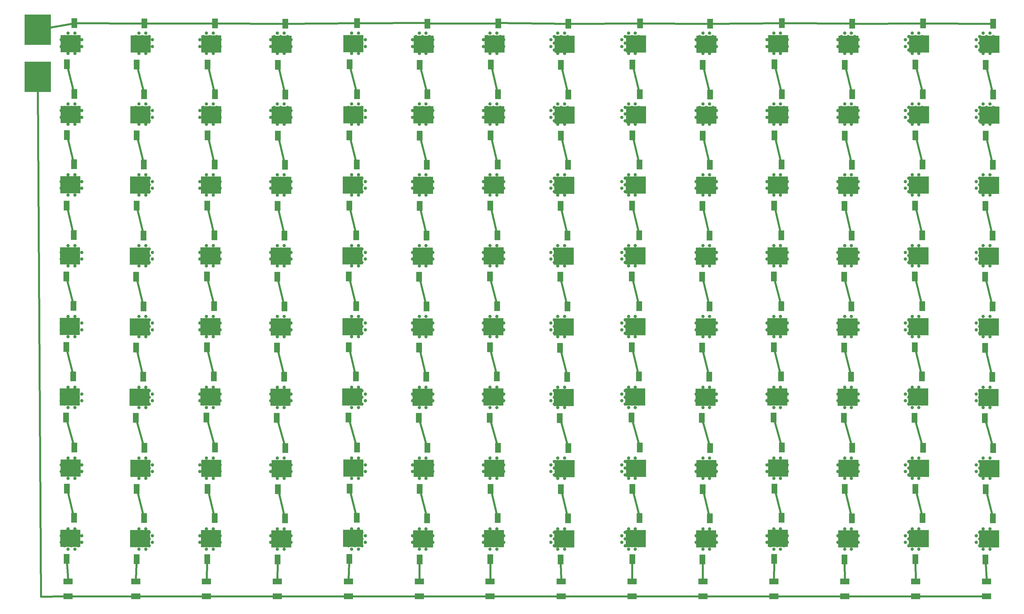
<source format=gbl>
G04 MADE WITH FRITZING*
G04 WWW.FRITZING.ORG*
G04 SINGLE SIDED*
G04 HOLES NOT PLATED*
G04 CONTOUR ON CENTER OF CONTOUR VECTOR*
%ASAXBY*%
%FSLAX23Y23*%
%MOIN*%
%OFA0B0*%
%SFA1.0B1.0*%
%ADD10C,0.039370*%
%ADD11R,0.070866X0.112205*%
%ADD12R,0.236221X0.204725*%
%ADD13R,0.106299X0.070866*%
%ADD14R,0.311023X0.355512*%
%ADD15C,0.024000*%
%ADD16R,0.001000X0.001000*%
%LNCOPPER0*%
G90*
G70*
G54D10*
X3986Y2495D03*
X3828Y3322D03*
X3907Y3400D03*
X3947Y4936D03*
X4065Y3243D03*
X3986Y4070D03*
X3907Y5054D03*
X3868Y3282D03*
X3986Y684D03*
X3947Y2456D03*
X4025Y4030D03*
X4065Y5802D03*
X4025Y881D03*
X3868Y1629D03*
X3986Y4818D03*
X3828Y2495D03*
X3947Y6511D03*
X4065Y4896D03*
X4025Y3282D03*
X3947Y3361D03*
X3986Y5054D03*
X3828Y4148D03*
X3947Y881D03*
X3868Y4936D03*
X3986Y6707D03*
X4065Y4148D03*
X3828Y3243D03*
X3947Y4188D03*
X3986Y3400D03*
X3828Y6629D03*
X3947Y1707D03*
X4025Y4109D03*
X3868Y2377D03*
X3986Y920D03*
X4025Y5763D03*
X3907Y4975D03*
X3947Y3282D03*
X4065Y841D03*
X3828Y1668D03*
X3907Y3991D03*
X3907Y4818D03*
X3828Y841D03*
X3947Y1550D03*
X3907Y1589D03*
X3986Y3322D03*
X3986Y1668D03*
X3868Y6589D03*
X3986Y1747D03*
X3986Y2416D03*
X3828Y2416D03*
X3868Y1707D03*
X4025Y5841D03*
X3828Y6550D03*
X3828Y4896D03*
X4025Y1707D03*
X3986Y1511D03*
X3947Y802D03*
X3868Y6668D03*
X3947Y5841D03*
X3868Y2534D03*
X3947Y4857D03*
X3947Y5684D03*
X4025Y4936D03*
X3986Y5881D03*
X3868Y1550D03*
X3828Y4975D03*
X3828Y5723D03*
X3907Y1511D03*
X3947Y2534D03*
X4025Y6589D03*
X4065Y2416D03*
X3868Y3204D03*
X4025Y2534D03*
X10482Y5841D03*
X11388Y6589D03*
X9655Y4070D03*
X4065Y1668D03*
X9773Y802D03*
X9773Y5015D03*
X10561Y4188D03*
X9695Y1707D03*
X9695Y4936D03*
X10443Y920D03*
X8907Y4148D03*
X11309Y1550D03*
X9577Y3243D03*
X8986Y4070D03*
X8829Y920D03*
X11309Y6668D03*
X9734Y4896D03*
X9695Y4109D03*
X10521Y5723D03*
X11269Y5645D03*
X11427Y6550D03*
X8986Y5723D03*
X10482Y1550D03*
X8750Y6550D03*
X8986Y2416D03*
X10561Y2456D03*
X8947Y4857D03*
X8829Y6550D03*
X11348Y5881D03*
X9734Y841D03*
X8907Y1511D03*
X10561Y4030D03*
X10443Y3322D03*
X9577Y4070D03*
X3907Y841D03*
X8750Y5723D03*
X11230Y723D03*
X9813Y4896D03*
X4065Y2495D03*
X4025Y4188D03*
X10561Y1550D03*
X3907Y2416D03*
X4025Y723D03*
X3828Y5802D03*
X3907Y4070D03*
X3947Y6589D03*
X3828Y763D03*
X3907Y3243D03*
X4065Y6629D03*
X3986Y3164D03*
X3907Y3164D03*
X3986Y4227D03*
X4065Y763D03*
X3868Y4188D03*
X3907Y4148D03*
X3907Y684D03*
X9616Y5841D03*
X10364Y1668D03*
X3868Y5763D03*
X10600Y4896D03*
X8907Y6550D03*
X8947Y4030D03*
X10521Y5802D03*
X11230Y5763D03*
X9655Y6471D03*
X9577Y6629D03*
X4065Y1589D03*
X3986Y1589D03*
X3986Y4896D03*
X4025Y3361D03*
X3986Y3991D03*
X3947Y723D03*
X3907Y4227D03*
X3947Y5763D03*
X3868Y3361D03*
X3080Y3361D03*
X3199Y4896D03*
X4025Y802D03*
X3080Y881D03*
X3120Y6707D03*
X3002Y3204D03*
X3199Y4148D03*
X3002Y4936D03*
X3159Y3282D03*
X3120Y3400D03*
X3159Y4109D03*
X2962Y3243D03*
X3002Y2377D03*
X3159Y5763D03*
X3080Y4188D03*
X3041Y4975D03*
X3120Y920D03*
X3199Y1668D03*
X3041Y2416D03*
X3159Y723D03*
X3041Y3243D03*
X3041Y4070D03*
X3080Y6589D03*
X3002Y5763D03*
X2962Y5802D03*
X3041Y684D03*
X3159Y4188D03*
X3199Y2495D03*
X3120Y4227D03*
X3199Y6629D03*
X3041Y3164D03*
X3002Y4188D03*
X3041Y4148D03*
X2962Y763D03*
X3199Y763D03*
X3120Y3164D03*
X3080Y1707D03*
X3080Y802D03*
X3080Y5841D03*
X2962Y6629D03*
X3002Y2534D03*
X3080Y5684D03*
X3041Y3991D03*
X3159Y4936D03*
X3080Y4857D03*
X3120Y1511D03*
X2962Y4975D03*
X3080Y2534D03*
X3120Y5881D03*
X3159Y6589D03*
X3080Y3282D03*
X3002Y1550D03*
X3159Y2534D03*
X3199Y2416D03*
X2962Y4148D03*
X3120Y2495D03*
X3199Y3243D03*
X3080Y2456D03*
X3041Y5054D03*
X3080Y4936D03*
X3120Y5054D03*
X3120Y4070D03*
X3120Y4818D03*
X2962Y3322D03*
X3041Y3400D03*
X3002Y1629D03*
X3159Y4030D03*
X3159Y881D03*
X2962Y2495D03*
X3080Y6511D03*
X3002Y3282D03*
X3120Y684D03*
X3199Y5802D03*
X3120Y1589D03*
X3868Y4857D03*
X4065Y6550D03*
X3120Y4896D03*
X3907Y6550D03*
X4025Y1629D03*
X3868Y5015D03*
X4025Y4857D03*
X3907Y5723D03*
X3907Y6707D03*
X3986Y5802D03*
X3986Y4148D03*
X4025Y6668D03*
X3868Y2456D03*
X3907Y763D03*
X3986Y2574D03*
X3907Y1668D03*
X3947Y4030D03*
X3907Y1747D03*
X3868Y4030D03*
X3907Y6629D03*
X4025Y6511D03*
X3868Y4109D03*
X3986Y6550D03*
X3986Y5723D03*
X3828Y4070D03*
X3947Y5015D03*
X3986Y841D03*
X4065Y4070D03*
X3868Y723D03*
X3986Y3243D03*
X4065Y3322D03*
X3907Y2337D03*
X4025Y5015D03*
X3868Y802D03*
X4025Y5684D03*
X4065Y4975D03*
X3947Y6668D03*
X10443Y4070D03*
X3907Y5881D03*
X3907Y920D03*
X3907Y5645D03*
X3907Y6471D03*
X3907Y3322D03*
X3986Y763D03*
X3868Y881D03*
X3868Y5684D03*
X3199Y1589D03*
X3159Y3361D03*
X4065Y5723D03*
X3120Y3991D03*
X3041Y4227D03*
X3907Y2574D03*
X3080Y5763D03*
X3080Y723D03*
X3986Y5645D03*
X3907Y2495D03*
X3947Y1629D03*
X3868Y6511D03*
X3986Y2337D03*
X3986Y6471D03*
X3907Y4896D03*
X3947Y2377D03*
X4025Y2377D03*
X3947Y4109D03*
X4025Y3204D03*
X4025Y2456D03*
X3986Y4975D03*
X4025Y1550D03*
X3986Y6629D03*
X3828Y1589D03*
X3907Y5802D03*
X3947Y3204D03*
X3868Y5841D03*
X10482Y4188D03*
X8829Y2495D03*
X9773Y4936D03*
X8829Y4896D03*
X11388Y1550D03*
X8947Y2534D03*
X10482Y881D03*
X8907Y684D03*
X11309Y5763D03*
X8907Y5054D03*
X9773Y3282D03*
X9616Y6511D03*
X11388Y2456D03*
X9695Y5841D03*
X11230Y5841D03*
X10403Y4109D03*
X8868Y4936D03*
X11191Y6550D03*
X11191Y1668D03*
X11230Y4109D03*
X10482Y6668D03*
X11348Y5802D03*
X8789Y3361D03*
X8829Y1668D03*
X9577Y763D03*
X9695Y881D03*
X11269Y684D03*
X9773Y1629D03*
X9655Y2495D03*
X11269Y2574D03*
X9655Y763D03*
X8789Y6668D03*
X11348Y5054D03*
X10561Y5684D03*
X10443Y6629D03*
X8868Y5763D03*
X9813Y4975D03*
X11269Y1747D03*
X8907Y3322D03*
X8907Y2416D03*
X8750Y2416D03*
X10600Y3322D03*
X10364Y6629D03*
X9577Y6550D03*
X9655Y3164D03*
X10561Y3361D03*
X11230Y4936D03*
X11191Y4896D03*
X11388Y2534D03*
X8986Y4975D03*
X10443Y3991D03*
X9616Y6589D03*
X11191Y5802D03*
X10600Y841D03*
X8789Y5763D03*
X10561Y4109D03*
X8907Y5881D03*
X11230Y881D03*
X8947Y3282D03*
X8868Y881D03*
X8750Y1589D03*
X11191Y841D03*
X11269Y3243D03*
X9616Y2534D03*
X10521Y4070D03*
X8868Y6589D03*
X8789Y3204D03*
X9734Y4227D03*
X9616Y4857D03*
X10403Y3282D03*
X8907Y1747D03*
X10521Y3991D03*
X11269Y4818D03*
X11348Y6707D03*
X11309Y6511D03*
X10521Y4818D03*
X10482Y802D03*
X10561Y723D03*
X8829Y5802D03*
X9655Y5802D03*
X9773Y4109D03*
X8907Y1668D03*
X10443Y4227D03*
X9616Y881D03*
X9813Y3322D03*
X8947Y5763D03*
X8750Y841D03*
X10443Y841D03*
X9655Y920D03*
X11269Y920D03*
X10443Y3243D03*
X10561Y3204D03*
X8947Y5684D03*
X9813Y6550D03*
X10561Y5763D03*
X9655Y684D03*
X8750Y4975D03*
X11269Y1668D03*
X11230Y5684D03*
X9734Y1747D03*
X10561Y5015D03*
X11348Y920D03*
X9577Y5723D03*
X9695Y723D03*
X9655Y1668D03*
X10403Y1708D03*
X11269Y1589D03*
X8868Y4030D03*
X10561Y6511D03*
X9734Y2495D03*
X10443Y4975D03*
X9734Y1589D03*
X10521Y4975D03*
X11269Y5881D03*
X10561Y5841D03*
X8750Y3243D03*
X8947Y6668D03*
X11230Y4030D03*
X9734Y5723D03*
X11388Y4109D03*
X9616Y1550D03*
X8907Y920D03*
X10443Y4148D03*
X10482Y2377D03*
X8750Y2495D03*
X11269Y2495D03*
X11348Y3243D03*
X9695Y802D03*
X10443Y2337D03*
X8829Y5054D03*
X9773Y6589D03*
X9813Y4070D03*
X11309Y1707D03*
X10521Y920D03*
X10364Y6550D03*
X11191Y4975D03*
X11427Y3243D03*
X10521Y763D03*
X10521Y2416D03*
X8829Y4070D03*
X9773Y4030D03*
X10403Y4030D03*
X11388Y4857D03*
X8947Y4936D03*
X11427Y2416D03*
X11388Y4030D03*
X8907Y6707D03*
X11348Y1589D03*
X8947Y5015D03*
X8986Y1668D03*
X11388Y3282D03*
X9734Y5054D03*
X9695Y5684D03*
X8986Y2495D03*
X8789Y723D03*
X8907Y4975D03*
X11427Y4070D03*
X10600Y2416D03*
X11309Y3361D03*
X11269Y6471D03*
X8868Y723D03*
X9813Y763D03*
X11230Y6511D03*
X8907Y3164D03*
X10403Y5763D03*
X9655Y3322D03*
X8750Y1668D03*
X10521Y1747D03*
X10443Y6708D03*
X9695Y2534D03*
X11388Y5015D03*
X9655Y6629D03*
X10403Y4936D03*
X8986Y1589D03*
X10482Y4030D03*
X11309Y4109D03*
X11348Y2495D03*
X11427Y6629D03*
X8789Y2534D03*
X10364Y4148D03*
X8829Y3322D03*
X8868Y2456D03*
X3041Y1511D03*
X9734Y5881D03*
X8829Y1589D03*
X10600Y2495D03*
X8789Y4188D03*
X10600Y1668D03*
X8907Y4818D03*
X10443Y1511D03*
X8986Y6550D03*
X9655Y2574D03*
X11388Y881D03*
X10482Y4936D03*
X10403Y6668D03*
X9655Y1511D03*
X10403Y1550D03*
X9577Y4975D03*
X9773Y6668D03*
X8947Y1707D03*
X8829Y5723D03*
X11230Y2534D03*
X10600Y5723D03*
X8750Y763D03*
X11348Y6629D03*
X9616Y3361D03*
X11427Y2495D03*
X11309Y1629D03*
X8789Y5841D03*
X11309Y3204D03*
X8789Y4936D03*
X8868Y3361D03*
X11348Y4975D03*
X11230Y802D03*
X8947Y881D03*
X8750Y4070D03*
X9577Y3322D03*
X10521Y6550D03*
X11230Y3204D03*
X9773Y5841D03*
X10482Y6589D03*
X8829Y2574D03*
X11269Y6629D03*
X11348Y4896D03*
X9734Y4148D03*
X9773Y4188D03*
X11269Y4227D03*
X8907Y1589D03*
X9734Y1511D03*
X11309Y4188D03*
X9655Y6707D03*
X8986Y4148D03*
X11427Y763D03*
X10600Y763D03*
X11230Y6589D03*
X9813Y2416D03*
X9734Y4070D03*
X8789Y6511D03*
X9655Y5645D03*
X9616Y802D03*
X8907Y4896D03*
X9695Y4188D03*
X11191Y2495D03*
X8868Y2534D03*
X8829Y4975D03*
X9616Y6668D03*
X10521Y6629D03*
X8829Y3164D03*
X10482Y3204D03*
X10521Y6471D03*
X11269Y4070D03*
X11191Y4070D03*
X8868Y4188D03*
X9773Y1550D03*
X10482Y3282D03*
X11348Y2416D03*
X11388Y3361D03*
X10403Y881D03*
X8907Y5645D03*
X11230Y2456D03*
X9616Y2456D03*
X11348Y3991D03*
X8868Y6511D03*
X9655Y1747D03*
X10443Y6550D03*
X8907Y3243D03*
X9616Y1707D03*
X11348Y2337D03*
X9616Y4936D03*
X8829Y4227D03*
X11309Y802D03*
X11309Y2456D03*
X11427Y4975D03*
X9655Y4227D03*
X9655Y4896D03*
X8829Y1511D03*
X9734Y6707D03*
X10364Y2495D03*
X10482Y4857D03*
X8907Y3400D03*
X11230Y2377D03*
X10521Y3164D03*
X8868Y1550D03*
X10521Y684D03*
X9616Y4188D03*
X11269Y4975D03*
X11348Y1511D03*
X9655Y841D03*
X10521Y2495D03*
X11230Y4857D03*
X8829Y2337D03*
X11427Y4896D03*
X8986Y6629D03*
X10443Y5723D03*
X11427Y5723D03*
X11269Y4896D03*
X3080Y1629D03*
X1466Y2377D03*
X1545Y2377D03*
X2962Y5723D03*
X1427Y4896D03*
X1427Y920D03*
X1506Y4148D03*
X1466Y6668D03*
X1506Y5802D03*
X1506Y6471D03*
X1466Y3204D03*
X1388Y5841D03*
X1506Y2337D03*
X1427Y5802D03*
X1545Y3204D03*
X1466Y1629D03*
X1466Y4109D03*
X1427Y2495D03*
X1388Y2456D03*
X1427Y5723D03*
X1388Y5015D03*
X1427Y763D03*
X1427Y1747D03*
X1545Y6511D03*
X1388Y723D03*
X1506Y3243D03*
X1584Y3322D03*
X1545Y4857D03*
X1545Y1629D03*
X1506Y2574D03*
X1427Y1668D03*
X1466Y4030D03*
X1545Y6668D03*
X1427Y6707D03*
X1427Y6550D03*
X1388Y4857D03*
X1584Y6550D03*
X1348Y1589D03*
X600Y920D03*
X640Y1629D03*
X1506Y6629D03*
X758Y763D03*
X679Y684D03*
X600Y763D03*
X679Y920D03*
X640Y1550D03*
X561Y1629D03*
X640Y723D03*
X521Y1589D03*
X640Y1707D03*
X561Y881D03*
X758Y1589D03*
X679Y1668D03*
X600Y1668D03*
X718Y723D03*
X679Y763D03*
X1388Y881D03*
X1427Y3322D03*
X521Y1668D03*
X1506Y5645D03*
X1388Y6511D03*
X1545Y2456D03*
X1506Y4975D03*
X1545Y1550D03*
X1506Y763D03*
X1427Y6471D03*
X1427Y2574D03*
X679Y1747D03*
X600Y1511D03*
X1584Y5723D03*
X1388Y5684D03*
X1427Y5645D03*
X1388Y3361D03*
X1427Y5881D03*
X1427Y2337D03*
X1466Y5684D03*
X1545Y4936D03*
X1545Y5015D03*
X1466Y4857D03*
X1427Y3991D03*
X1545Y4030D03*
X1348Y4148D03*
X1466Y2456D03*
X1388Y2534D03*
X1466Y3282D03*
X1545Y2534D03*
X1466Y5841D03*
X1584Y2416D03*
X1388Y1550D03*
X1466Y802D03*
X1506Y5881D03*
X1506Y1511D03*
X1545Y881D03*
X1466Y4936D03*
X1506Y4070D03*
X1388Y1629D03*
X1506Y4818D03*
X1506Y5054D03*
X1506Y3400D03*
X1348Y6629D03*
X1466Y1707D03*
X1427Y5054D03*
X1584Y3243D03*
X1506Y684D03*
X1348Y2495D03*
X1466Y6511D03*
X1584Y5802D03*
X1388Y3282D03*
X1506Y2495D03*
X1427Y3400D03*
X1348Y3322D03*
X1545Y6589D03*
X1348Y4070D03*
X1466Y5015D03*
X1466Y2534D03*
X1506Y5723D03*
X1545Y802D03*
X1506Y1747D03*
X1427Y841D03*
X1388Y6589D03*
X1506Y6550D03*
X1545Y5684D03*
X1584Y4975D03*
X1388Y4109D03*
X1388Y802D03*
X1584Y4070D03*
X1427Y6629D03*
X1506Y841D03*
X1388Y4030D03*
X1348Y2416D03*
X1506Y3322D03*
X1466Y1550D03*
X1388Y1707D03*
X1545Y1707D03*
X1388Y6668D03*
X1348Y4975D03*
X1348Y5723D03*
X1427Y1511D03*
X1427Y1589D03*
X1348Y841D03*
X1545Y5841D03*
X1348Y6550D03*
X1348Y4896D03*
X1506Y2416D03*
X1506Y1668D03*
X1427Y4818D03*
X1584Y841D03*
X1348Y1668D03*
X640Y802D03*
X679Y4896D03*
X679Y5054D03*
X600Y841D03*
X561Y4936D03*
X521Y4896D03*
X561Y4857D03*
X561Y5015D03*
X758Y4896D03*
X758Y4975D03*
X640Y5684D03*
X600Y5645D03*
X640Y4857D03*
X521Y5802D03*
X640Y5763D03*
X600Y4818D03*
X718Y5684D03*
X640Y5015D03*
X679Y4818D03*
X640Y4030D03*
X758Y4148D03*
X718Y4936D03*
X679Y4070D03*
X679Y4227D03*
X561Y4188D03*
X561Y4109D03*
X521Y4070D03*
X600Y3991D03*
X640Y4188D03*
X600Y4896D03*
X679Y4975D03*
X640Y4936D03*
X718Y5015D03*
X600Y5054D03*
X521Y4975D03*
X718Y4857D03*
X600Y4975D03*
X679Y5645D03*
X521Y6550D03*
X600Y6550D03*
X679Y5881D03*
X718Y6589D03*
X679Y6550D03*
X640Y6511D03*
X758Y6550D03*
X561Y6511D03*
X640Y6589D03*
X718Y6668D03*
X640Y6668D03*
X561Y6589D03*
X561Y6668D03*
X679Y6629D03*
X758Y6629D03*
X600Y6629D03*
X521Y6629D03*
X718Y6511D03*
X561Y5684D03*
X718Y5763D03*
X600Y6471D03*
X600Y5723D03*
X758Y5802D03*
X600Y5802D03*
X679Y5723D03*
X561Y5763D03*
X758Y5723D03*
X521Y5723D03*
X679Y6707D03*
X679Y6471D03*
X600Y6707D03*
X561Y5841D03*
X679Y5802D03*
X600Y5881D03*
X718Y5841D03*
X640Y5841D03*
X758Y4070D03*
X640Y3204D03*
X600Y2416D03*
X561Y4030D03*
X679Y2416D03*
X521Y3322D03*
X718Y1550D03*
X679Y3400D03*
X600Y3164D03*
X679Y2574D03*
X718Y2377D03*
X679Y3322D03*
X679Y2337D03*
X640Y3361D03*
X561Y3282D03*
X758Y2416D03*
X600Y2574D03*
X640Y3282D03*
X718Y881D03*
X561Y802D03*
X758Y841D03*
X679Y1511D03*
X521Y841D03*
X679Y841D03*
X640Y881D03*
X718Y1629D03*
X600Y684D03*
X718Y1707D03*
X561Y1707D03*
X718Y802D03*
X521Y763D03*
X758Y1668D03*
X600Y1747D03*
X561Y723D03*
X561Y1550D03*
X679Y1589D03*
X600Y1589D03*
X600Y3322D03*
X521Y4148D03*
X718Y3204D03*
X758Y3243D03*
X718Y2534D03*
X679Y3164D03*
X718Y2456D03*
X521Y2416D03*
X758Y3322D03*
X600Y4148D03*
X679Y3991D03*
X718Y4109D03*
X718Y4030D03*
X679Y4148D03*
X640Y4109D03*
X600Y4227D03*
X600Y4070D03*
X718Y4188D03*
X600Y3400D03*
X600Y2337D03*
X640Y2534D03*
X561Y2377D03*
X600Y2495D03*
X640Y2456D03*
X561Y2534D03*
X640Y2377D03*
X521Y3243D03*
X718Y3282D03*
X679Y2495D03*
X561Y3204D03*
X679Y3243D03*
X600Y3243D03*
X561Y3361D03*
X718Y3361D03*
X521Y2495D03*
X561Y2456D03*
X758Y2495D03*
X1545Y4109D03*
X2332Y723D03*
X2214Y4070D03*
X1388Y2377D03*
X2254Y6589D03*
X2136Y5802D03*
X2293Y1589D03*
X2214Y684D03*
X2175Y5763D03*
X2214Y2416D03*
X2293Y4227D03*
X2175Y4188D03*
X2332Y4188D03*
X2214Y4148D03*
X2372Y763D03*
X2372Y2495D03*
X2293Y3164D03*
X2136Y763D03*
X2293Y4896D03*
X3041Y5645D03*
X3041Y6471D03*
X2372Y1589D03*
X3120Y763D03*
X3002Y881D03*
X3002Y6511D03*
X3041Y3322D03*
X3120Y5645D03*
X3041Y5881D03*
X3002Y3361D03*
X2214Y4227D03*
X2332Y3361D03*
X2293Y3991D03*
X2254Y5763D03*
X2254Y723D03*
X3002Y5684D03*
X3041Y2574D03*
X3199Y5723D03*
X2214Y3164D03*
X2372Y3243D03*
X2214Y5054D03*
X2372Y6629D03*
X2254Y4936D03*
X2293Y4070D03*
X2136Y6629D03*
X2293Y4818D03*
X2293Y5054D03*
X2293Y2495D03*
X2175Y1629D03*
X2136Y2495D03*
X2136Y3322D03*
X2254Y6511D03*
X2293Y684D03*
X2214Y3400D03*
X2372Y5802D03*
X2175Y3282D03*
X2254Y1708D03*
X2254Y881D03*
X2293Y6708D03*
X2293Y3400D03*
X2372Y4148D03*
X2175Y4936D03*
X2214Y3243D03*
X2175Y3204D03*
X2372Y1668D03*
X2372Y4896D03*
X2254Y3361D03*
X2332Y5763D03*
X2332Y4109D03*
X2175Y2377D03*
X2214Y4975D03*
X2293Y920D03*
X2332Y3282D03*
X2254Y4188D03*
X2136Y3243D03*
X3120Y4975D03*
X3041Y6629D03*
X3002Y4109D03*
X3159Y1550D03*
X3120Y6550D03*
X2962Y4070D03*
X3159Y802D03*
X3080Y5015D03*
X3120Y5723D03*
X3002Y4030D03*
X3002Y723D03*
X3041Y2337D03*
X3120Y841D03*
X3159Y5015D03*
X3159Y5684D03*
X3199Y4070D03*
X3199Y4975D03*
X3002Y802D03*
X3041Y841D03*
X3041Y4818D03*
X2962Y841D03*
X3002Y6589D03*
X3041Y1589D03*
X3120Y3322D03*
X3002Y6668D03*
X3080Y1550D03*
X3159Y1707D03*
X2962Y1668D03*
X3199Y841D03*
X3002Y1707D03*
X3120Y1747D03*
X2962Y2416D03*
X2962Y6550D03*
X2962Y4896D03*
X3120Y1668D03*
X3159Y5841D03*
X3120Y2416D03*
X3199Y3322D03*
X11269Y2337D03*
X3120Y2337D03*
X3120Y3243D03*
X3120Y6471D03*
X3080Y2377D03*
X3041Y920D03*
X3159Y2377D03*
X3041Y4896D03*
X3041Y2495D03*
X3159Y2456D03*
X3120Y6629D03*
X3080Y4109D03*
X2962Y1589D03*
X3080Y3204D03*
X3159Y3204D03*
X3002Y5841D03*
X3041Y5802D03*
X3080Y6668D03*
X3041Y6550D03*
X3159Y1629D03*
X3120Y5802D03*
X3159Y4857D03*
X3041Y5723D03*
X3159Y6511D03*
X3002Y5015D03*
X3041Y1747D03*
X3199Y6550D03*
X3002Y4857D03*
X3041Y763D03*
X3120Y4148D03*
X3002Y2456D03*
X3041Y1668D03*
X3080Y4030D03*
X3041Y6707D03*
X3120Y2574D03*
X3159Y6668D03*
X2332Y881D03*
X2214Y6471D03*
X2293Y763D03*
X2332Y4030D03*
X2175Y881D03*
X2214Y3322D03*
X2293Y4975D03*
X2293Y5645D03*
X2175Y6511D03*
X2214Y5645D03*
X1427Y4227D03*
X1466Y5763D03*
X2214Y5881D03*
X1466Y723D03*
X2214Y2574D03*
X2175Y3361D03*
X2372Y5723D03*
X2175Y5684D03*
X2332Y1550D03*
X2293Y6471D03*
X2254Y2377D03*
X2332Y2456D03*
X2332Y2377D03*
X2214Y4896D03*
X2293Y5802D03*
X2214Y920D03*
X2254Y6668D03*
X2293Y2337D03*
X2254Y1629D03*
X2254Y3204D03*
X2293Y6629D03*
X2136Y1589D03*
X2175Y5841D03*
X2214Y5802D03*
X2214Y2495D03*
X2332Y3204D03*
X2254Y4109D03*
X1506Y3991D03*
X1506Y6707D03*
X1584Y4148D03*
X1545Y3361D03*
X1388Y4936D03*
X1388Y3204D03*
X1584Y6629D03*
X1584Y1668D03*
X1427Y3243D03*
X1466Y881D03*
X1545Y5763D03*
X1427Y4975D03*
X1584Y4896D03*
X1506Y920D03*
X1466Y4188D03*
X1466Y3361D03*
X1348Y3243D03*
X1545Y3282D03*
X1427Y3164D03*
X1466Y6589D03*
X1348Y5802D03*
X1506Y4227D03*
X1427Y684D03*
X1388Y5763D03*
X1584Y1589D03*
X1506Y1589D03*
X1506Y4896D03*
X1427Y4070D03*
X1545Y723D03*
X1584Y763D03*
X1388Y4188D03*
X1427Y4148D03*
X1506Y3164D03*
X1348Y763D03*
X1427Y2416D03*
X1584Y2495D03*
X1545Y4188D03*
X2293Y4148D03*
X2136Y841D03*
X2214Y1589D03*
X2175Y2456D03*
X2293Y3322D03*
X2254Y1550D03*
X2136Y5723D03*
X2332Y1708D03*
X2175Y6668D03*
X2214Y4818D03*
X2175Y1708D03*
X2136Y6550D03*
X2136Y1668D03*
X2136Y4896D03*
X2332Y5841D03*
X2372Y841D03*
X2293Y2416D03*
X2293Y1668D03*
X2214Y1511D03*
X2175Y2534D03*
X2254Y5684D03*
X2136Y4975D03*
X2332Y4936D03*
X2254Y4857D03*
X2254Y2456D03*
X2214Y3991D03*
X2136Y4148D03*
X2254Y5841D03*
X2254Y802D03*
X2254Y3282D03*
X2254Y2534D03*
X2332Y6589D03*
X2332Y2534D03*
X2372Y2416D03*
X2293Y1511D03*
X2175Y1550D03*
X2293Y5881D03*
X2136Y2416D03*
X2332Y1629D03*
X2332Y4857D03*
X2293Y1747D03*
X2214Y5723D03*
X2175Y5015D03*
X2293Y3243D03*
X2214Y1747D03*
X2332Y6511D03*
X2214Y6550D03*
X2214Y763D03*
X2214Y1668D03*
X2372Y6550D03*
X2254Y4030D03*
X2293Y2574D03*
X2175Y4857D03*
X2332Y6668D03*
X2214Y6708D03*
X2372Y3322D03*
X2293Y6550D03*
X2136Y4070D03*
X2175Y723D03*
X2254Y5015D03*
X2293Y5723D03*
X2175Y6589D03*
X2332Y802D03*
X2214Y841D03*
X2175Y4109D03*
X2214Y6629D03*
X2332Y5684D03*
X2214Y2337D03*
X2332Y5015D03*
X2372Y4975D03*
X2175Y802D03*
X2175Y4030D03*
X2372Y4070D03*
X2293Y841D03*
X8829Y841D03*
X5600Y5881D03*
X7293Y1668D03*
X6230Y5723D03*
X7962Y6511D03*
X7254Y5015D03*
X4773Y841D03*
X5482Y6589D03*
X5679Y5723D03*
X6388Y4896D03*
X4773Y4148D03*
X7923Y4148D03*
X8002Y841D03*
X7293Y4975D03*
X7096Y1629D03*
X5679Y3243D03*
X7096Y5684D03*
X5521Y2495D03*
X8080Y1747D03*
X5521Y5723D03*
X4813Y5684D03*
X6348Y4857D03*
X7057Y4070D03*
X7175Y1629D03*
X5482Y5684D03*
X5640Y5015D03*
X6348Y1550D03*
X8080Y2337D03*
X5600Y3164D03*
X6388Y6550D03*
X5521Y4896D03*
X4734Y6511D03*
X5443Y2416D03*
X6309Y6629D03*
X8159Y4896D03*
X6427Y5684D03*
X6348Y881D03*
X8080Y1589D03*
X8120Y1550D03*
X8120Y6668D03*
X5679Y4070D03*
X4773Y1589D03*
X6269Y2377D03*
X4695Y6708D03*
X5521Y3164D03*
X5521Y4975D03*
X6309Y3322D03*
X5482Y4030D03*
X7923Y3243D03*
X5521Y5054D03*
X4655Y1707D03*
X5640Y6589D03*
X6388Y2416D03*
X6348Y4109D03*
X7214Y5802D03*
X8080Y5645D03*
X4813Y3282D03*
X5521Y6629D03*
X5561Y1550D03*
X8120Y4936D03*
X6309Y3400D03*
X5640Y3361D03*
X4734Y2534D03*
X6348Y723D03*
X6230Y763D03*
X5521Y5645D03*
X5640Y4857D03*
X7254Y802D03*
X5521Y4227D03*
X6309Y5723D03*
X4655Y6511D03*
X5443Y5723D03*
X8080Y6707D03*
X7136Y763D03*
X7254Y723D03*
X8002Y2574D03*
X7293Y3243D03*
X6427Y4936D03*
X6388Y3164D03*
X4695Y2574D03*
X7214Y4227D03*
X7096Y723D03*
X6427Y4109D03*
X4852Y1668D03*
X7214Y5881D03*
X5561Y4936D03*
X6388Y1511D03*
X7254Y5763D03*
X5600Y6550D03*
X5521Y3322D03*
X5600Y6629D03*
X8080Y4818D03*
X4852Y3243D03*
X5521Y1668D03*
X8002Y6550D03*
X8080Y1668D03*
X7962Y5684D03*
X4695Y4148D03*
X4773Y6629D03*
X8120Y4857D03*
X5600Y841D03*
X7254Y4936D03*
X8120Y5684D03*
X7962Y4109D03*
X5600Y1668D03*
X4773Y1747D03*
X6466Y1589D03*
X8041Y4936D03*
X5640Y4109D03*
X7293Y841D03*
X5482Y6511D03*
X7962Y723D03*
X7962Y6589D03*
X5521Y4818D03*
X6269Y4857D03*
X6309Y2337D03*
X7214Y4148D03*
X7923Y4070D03*
X4695Y2495D03*
X6230Y2416D03*
X7057Y4975D03*
X6269Y3204D03*
X4655Y4936D03*
X7923Y763D03*
X4695Y763D03*
X5600Y5645D03*
X8080Y4227D03*
X7057Y2495D03*
X7962Y1629D03*
X4813Y5763D03*
X6388Y5723D03*
X4616Y5723D03*
X7136Y1747D03*
X8159Y841D03*
X4773Y3243D03*
X8080Y920D03*
X8120Y6511D03*
X5482Y802D03*
X5640Y723D03*
X8080Y684D03*
X8080Y3322D03*
X4695Y3991D03*
X6348Y6511D03*
X7923Y3322D03*
X7214Y4975D03*
X7293Y6550D03*
X6269Y3282D03*
X5600Y6471D03*
X6230Y4896D03*
X6388Y763D03*
X8041Y6589D03*
X4734Y2377D03*
X6269Y5015D03*
X5679Y763D03*
X6388Y4818D03*
X6466Y5723D03*
X8080Y6550D03*
X5521Y6707D03*
X7254Y5841D03*
X4655Y4188D03*
X4695Y5802D03*
X7175Y881D03*
X7175Y6511D03*
X5561Y3282D03*
X7293Y5723D03*
X7136Y6550D03*
X7293Y6629D03*
X4655Y3204D03*
X6309Y5881D03*
X6388Y5881D03*
X7254Y1550D03*
X7136Y6629D03*
X5600Y4896D03*
X8002Y1589D03*
X7175Y4188D03*
X6348Y6668D03*
X6348Y5684D03*
X7254Y2456D03*
X4813Y723D03*
X5561Y4857D03*
X7136Y5881D03*
X7096Y881D03*
X8002Y4975D03*
X7096Y2456D03*
X8002Y5645D03*
X6309Y2574D03*
X8002Y3322D03*
X6269Y3361D03*
X4773Y3400D03*
X5482Y2534D03*
X4813Y4188D03*
X6466Y4148D03*
X7096Y2377D03*
X6269Y6589D03*
X7136Y4148D03*
X8041Y6511D03*
X5521Y3991D03*
X6269Y5684D03*
X8041Y3282D03*
X7175Y6589D03*
X7214Y2416D03*
X6309Y6550D03*
X7214Y5723D03*
X6348Y2456D03*
X8080Y5054D03*
X5640Y5841D03*
X5561Y6589D03*
X7096Y5015D03*
X6466Y5802D03*
X5640Y2534D03*
X4695Y4896D03*
X8041Y2456D03*
X5482Y3361D03*
X8041Y802D03*
X4734Y2456D03*
X4616Y5802D03*
X6388Y3322D03*
X5521Y5881D03*
X8080Y6471D03*
X4655Y723D03*
X7214Y6708D03*
X5482Y4109D03*
X4695Y3164D03*
X6427Y802D03*
X5521Y3243D03*
X6427Y5015D03*
X6427Y6668D03*
X6348Y5841D03*
X8080Y3164D03*
X4813Y802D03*
X4734Y4936D03*
X8120Y1707D03*
X4695Y6550D03*
X5482Y723D03*
X7214Y2574D03*
X6230Y4148D03*
X4734Y5015D03*
X7962Y4936D03*
X5679Y5802D03*
X7057Y4148D03*
X4616Y2495D03*
X4695Y3322D03*
X5600Y5054D03*
X4852Y763D03*
X7254Y1707D03*
X7057Y6550D03*
X8041Y5015D03*
X6309Y4148D03*
X7214Y3164D03*
X7096Y4857D03*
X7136Y2574D03*
X6388Y2337D03*
X4813Y5015D03*
X4773Y4818D03*
X7057Y3243D03*
X4616Y6629D03*
X6427Y6589D03*
X5679Y2416D03*
X6466Y2495D03*
X7923Y5723D03*
X4734Y3361D03*
X8041Y1550D03*
X7136Y3991D03*
X5482Y4936D03*
X5679Y4896D03*
X5521Y6550D03*
X6388Y4227D03*
X7214Y684D03*
X5600Y1589D03*
X5600Y2416D03*
X4773Y4227D03*
X4773Y6550D03*
X8159Y2416D03*
X6427Y881D03*
X5521Y5802D03*
X4655Y5684D03*
X5521Y920D03*
X7293Y4896D03*
X4616Y4070D03*
X8159Y3322D03*
X4734Y4188D03*
X4695Y920D03*
X7214Y3322D03*
X7175Y3282D03*
X5443Y3322D03*
X5679Y841D03*
X5482Y2456D03*
X4655Y5841D03*
X8041Y2534D03*
X6466Y1668D03*
X6269Y5763D03*
X5561Y5015D03*
X5640Y3204D03*
X5561Y1629D03*
X7175Y2534D03*
X6269Y4109D03*
X5521Y684D03*
X7136Y684D03*
X4655Y2534D03*
X5443Y3243D03*
X5679Y4148D03*
X4655Y1629D03*
X4813Y2534D03*
X4813Y1707D03*
X5482Y1629D03*
X5482Y6668D03*
X5600Y3991D03*
X8080Y2574D03*
X7175Y5841D03*
X6309Y3991D03*
X4813Y4030D03*
X4655Y5763D03*
X6466Y4070D03*
X5561Y5763D03*
X7057Y6629D03*
X4616Y4148D03*
X6269Y2456D03*
X5561Y3361D03*
X8080Y763D03*
X4695Y1668D03*
X5521Y2574D03*
X4773Y6471D03*
X8120Y2456D03*
X7057Y3322D03*
X6427Y6511D03*
X7254Y1629D03*
X6466Y763D03*
X7175Y2456D03*
X5640Y5684D03*
X5443Y5802D03*
X7923Y4975D03*
X5679Y1589D03*
X4813Y5841D03*
X7962Y5841D03*
X5482Y5015D03*
X5600Y5802D03*
X5482Y4188D03*
X8002Y3243D03*
X6269Y723D03*
X5640Y2377D03*
X8002Y2416D03*
X6269Y4188D03*
X5443Y4148D03*
X6348Y2377D03*
X7175Y5015D03*
X7214Y4818D03*
X6309Y920D03*
X6427Y723D03*
X6427Y5841D03*
X8080Y5802D03*
X7136Y1668D03*
X5600Y4975D03*
X6348Y1629D03*
X7096Y3282D03*
X4852Y2495D03*
X8041Y6668D03*
X7136Y2495D03*
X5561Y5841D03*
X5600Y684D03*
X4773Y3164D03*
X4655Y4109D03*
X4695Y4818D03*
X5600Y3322D03*
X8159Y4975D03*
X5521Y6471D03*
X6269Y1550D03*
X4773Y5802D03*
X4616Y1668D03*
X7214Y1747D03*
X6309Y5645D03*
X5679Y6629D03*
X6269Y802D03*
X6388Y6471D03*
X8120Y5015D03*
X4773Y2495D03*
X6466Y6550D03*
X5443Y4975D03*
X8080Y5881D03*
X5600Y4148D03*
X6388Y684D03*
X8041Y4857D03*
X8002Y1668D03*
X7096Y4188D03*
X7214Y2337D03*
X7254Y881D03*
X5443Y6629D03*
X5443Y1589D03*
X8080Y5723D03*
X6309Y3243D03*
X8002Y3400D03*
X6230Y2495D03*
X7057Y1668D03*
X6269Y5841D03*
X4655Y6668D03*
X6388Y4975D03*
X8159Y1589D03*
X6348Y4936D03*
X5600Y920D03*
X6427Y2377D03*
X5561Y3204D03*
X4734Y723D03*
X5561Y2534D03*
X4655Y3361D03*
X7962Y4188D03*
X5600Y2337D03*
X8120Y3361D03*
X7057Y841D03*
X7254Y6511D03*
X8002Y6707D03*
X4655Y5015D03*
X6309Y1747D03*
X4695Y5054D03*
X7136Y5645D03*
X4852Y841D03*
X5640Y3282D03*
X8159Y5802D03*
X8041Y2377D03*
X8159Y763D03*
X5443Y763D03*
X7136Y3400D03*
X4773Y4070D03*
X8002Y3991D03*
X6269Y6511D03*
X7175Y5763D03*
X7096Y6511D03*
X7175Y3204D03*
X7923Y1589D03*
X5521Y1747D03*
X4695Y4227D03*
X7962Y802D03*
X6466Y4896D03*
X4695Y6629D03*
X4734Y1707D03*
X7175Y4936D03*
X6388Y1589D03*
X6230Y4070D03*
X5600Y3400D03*
X6348Y6589D03*
X5561Y2456D03*
X7254Y6589D03*
X7962Y3361D03*
X5443Y6550D03*
X8120Y3204D03*
X4616Y4975D03*
X7214Y1668D03*
X7254Y2377D03*
X7057Y5802D03*
X4695Y684D03*
X7962Y2377D03*
X5482Y5763D03*
X7136Y2337D03*
X4695Y841D03*
X8002Y2495D03*
X6348Y3204D03*
X5561Y881D03*
X7175Y4857D03*
X7923Y6629D03*
X4616Y3322D03*
X4813Y2456D03*
X7096Y1550D03*
X7923Y4896D03*
X4813Y2377D03*
X7136Y1511D03*
X7175Y2377D03*
X6388Y1747D03*
X4734Y4109D03*
X6269Y4030D03*
X8002Y5802D03*
X7254Y4188D03*
X4773Y5723D03*
X7962Y2456D03*
X7962Y4030D03*
X4773Y684D03*
X7214Y6550D03*
X7096Y4936D03*
X8002Y920D03*
X7096Y4030D03*
X4813Y6668D03*
X8041Y3204D03*
X7136Y4227D03*
X7254Y2534D03*
X4734Y1550D03*
X6466Y2416D03*
X7096Y3204D03*
X8041Y1629D03*
X8080Y2495D03*
X4813Y4857D03*
X4852Y6629D03*
X5600Y1511D03*
X4655Y2377D03*
X6348Y2534D03*
X7923Y2416D03*
X5443Y4070D03*
X8120Y6589D03*
X4852Y5802D03*
X7293Y4148D03*
X5443Y4896D03*
X5561Y2377D03*
X8080Y3243D03*
X7214Y2495D03*
X5482Y1550D03*
X5640Y6511D03*
X7293Y5802D03*
X4813Y4936D03*
X5561Y1707D03*
X6388Y841D03*
X5640Y881D03*
X4773Y5881D03*
X4773Y2574D03*
X5640Y1707D03*
X7962Y2534D03*
X8159Y4148D03*
X7136Y2416D03*
X4773Y1668D03*
X7136Y5054D03*
X7923Y1668D03*
X6348Y5763D03*
X6230Y1668D03*
X7096Y802D03*
X8080Y1511D03*
X6427Y4030D03*
X6427Y1708D03*
X7923Y2495D03*
X6427Y2534D03*
X7096Y3361D03*
X4616Y4896D03*
X7214Y4896D03*
X7136Y920D03*
X6388Y3991D03*
X7293Y763D03*
X4852Y5723D03*
X8002Y684D03*
X6388Y920D03*
X5561Y6668D03*
X7962Y3204D03*
X4695Y3243D03*
X7175Y1550D03*
X6230Y841D03*
X8159Y6629D03*
X7136Y4818D03*
X8041Y4030D03*
X8120Y723D03*
X8002Y4070D03*
X7214Y3400D03*
X4695Y1511D03*
X6427Y3204D03*
X8002Y4148D03*
X7175Y723D03*
X8120Y2534D03*
X4616Y1589D03*
X8120Y881D03*
X4655Y802D03*
X4734Y5841D03*
X5482Y1707D03*
X6230Y6550D03*
X8120Y5763D03*
X6388Y6708D03*
X4852Y1589D03*
X5640Y4030D03*
X5640Y5763D03*
X8080Y4975D03*
X5640Y6668D03*
X4813Y4109D03*
X4616Y841D03*
X4695Y2416D03*
X6309Y4070D03*
X7962Y1550D03*
X4813Y3361D03*
X5600Y763D03*
X8080Y4148D03*
X7962Y1707D03*
X7136Y5802D03*
X5561Y4109D03*
X7254Y6668D03*
X8159Y6550D03*
X5600Y6707D03*
X4773Y6708D03*
X5640Y4936D03*
X7293Y3322D03*
X8002Y4818D03*
X8002Y5881D03*
X6269Y881D03*
X7962Y4857D03*
X6388Y6629D03*
X5482Y3204D03*
X8829Y3243D03*
X8868Y5684D03*
X11269Y1511D03*
X8829Y2416D03*
X10403Y2377D03*
X9695Y1629D03*
X8868Y5015D03*
X9773Y2377D03*
X10364Y2416D03*
X8829Y5881D03*
X11348Y4148D03*
X9734Y3164D03*
X8868Y4109D03*
X10443Y684D03*
X10443Y5054D03*
X8868Y3204D03*
X8868Y1629D03*
X8947Y1629D03*
X9616Y2377D03*
X8829Y6707D03*
X10521Y5054D03*
X11230Y1707D03*
X8829Y763D03*
X9734Y920D03*
X10482Y1708D03*
X9695Y5015D03*
X11269Y5054D03*
X10403Y3204D03*
X10521Y3243D03*
X10600Y1589D03*
X11348Y4818D03*
X9577Y1589D03*
X8868Y6668D03*
X8986Y3243D03*
X11388Y1629D03*
X8907Y2495D03*
X9773Y5763D03*
X9655Y3991D03*
X9616Y5763D03*
X9655Y5054D03*
X9695Y4030D03*
X10482Y6511D03*
X9734Y4975D03*
X8750Y4148D03*
X11191Y4148D03*
X9577Y4148D03*
X10403Y3361D03*
X9655Y4818D03*
X9577Y5802D03*
X8829Y4148D03*
X10521Y3400D03*
X9616Y3204D03*
X10443Y3164D03*
X11348Y6550D03*
X9695Y3282D03*
X10521Y1589D03*
X8907Y4227D03*
X8947Y723D03*
X11348Y3322D03*
X10561Y1629D03*
X10443Y3400D03*
X9655Y2416D03*
X11269Y6550D03*
X10600Y5802D03*
X10443Y4896D03*
X11388Y4936D03*
X9734Y6629D03*
X11269Y841D03*
X11309Y2377D03*
X9655Y4148D03*
X8986Y3322D03*
X10403Y5015D03*
X9773Y4857D03*
X8868Y4857D03*
X10403Y5684D03*
X11427Y841D03*
X9616Y3282D03*
X8789Y4857D03*
X8750Y3322D03*
X11269Y763D03*
X10443Y5802D03*
X9655Y5881D03*
X11388Y2377D03*
X11388Y5763D03*
X11388Y802D03*
X10561Y4936D03*
X9734Y2337D03*
X9577Y2495D03*
X8789Y5684D03*
X10561Y2534D03*
X9773Y881D03*
X11427Y1589D03*
X8907Y6471D03*
X11309Y4936D03*
X10403Y6589D03*
X9655Y1589D03*
X9773Y6511D03*
X8829Y6471D03*
X11230Y3282D03*
X10443Y5645D03*
X10443Y1668D03*
X9616Y4030D03*
X10561Y881D03*
X8907Y3991D03*
X10561Y2377D03*
X8947Y6511D03*
X10482Y3361D03*
X9734Y3322D03*
X10561Y1708D03*
X9655Y6550D03*
X9734Y3991D03*
X10482Y5763D03*
X10600Y6550D03*
X8868Y802D03*
X10521Y5881D03*
X11348Y684D03*
X9734Y6550D03*
X8947Y4188D03*
X6230Y4975D03*
X11348Y5723D03*
X9813Y5802D03*
X8750Y4896D03*
X9773Y2456D03*
X9655Y4975D03*
X9734Y763D03*
X8907Y2574D03*
X9695Y4857D03*
X11388Y5841D03*
X9734Y2416D03*
X9734Y6471D03*
X8829Y3991D03*
X9577Y841D03*
X8789Y802D03*
X9773Y3361D03*
X11309Y6589D03*
X9813Y5723D03*
X10521Y1668D03*
X11309Y3282D03*
X10364Y4070D03*
X10482Y5015D03*
X8907Y6629D03*
X11388Y1707D03*
X11230Y4188D03*
X10443Y2574D03*
X10561Y6589D03*
X10600Y3243D03*
X10521Y5645D03*
X11427Y5802D03*
X8947Y2456D03*
X8907Y4070D03*
X9813Y841D03*
X8829Y6629D03*
X10443Y4818D03*
X9655Y3400D03*
X10364Y5802D03*
X8750Y5802D03*
X9734Y4818D03*
X10482Y2534D03*
X11230Y1629D03*
X11269Y5802D03*
X11309Y4857D03*
X10443Y6471D03*
X9616Y5684D03*
X11230Y5015D03*
X9616Y723D03*
X10600Y4148D03*
X9695Y3204D03*
X8986Y763D03*
X8789Y881D03*
X11230Y1550D03*
X9695Y3361D03*
X9695Y2377D03*
X10403Y6511D03*
X10364Y5723D03*
X9695Y6668D03*
X9655Y3243D03*
X11191Y5723D03*
X9813Y4148D03*
X8789Y1629D03*
X10561Y3282D03*
X11348Y841D03*
X9577Y1668D03*
X11348Y3400D03*
X10600Y4070D03*
X8907Y5802D03*
X9616Y4109D03*
X8829Y4818D03*
X10482Y4109D03*
X11348Y2574D03*
X10521Y6708D03*
X10561Y6668D03*
X10482Y2456D03*
X10364Y3243D03*
X11269Y3400D03*
X8829Y3400D03*
X11348Y1668D03*
X10521Y3322D03*
X8789Y2456D03*
X9616Y5015D03*
X11348Y763D03*
X10443Y5881D03*
X11388Y723D03*
X11427Y3322D03*
X10443Y2416D03*
X11309Y4030D03*
X11309Y723D03*
X11427Y4148D03*
X11230Y6668D03*
X8868Y3282D03*
X11309Y881D03*
X11348Y5645D03*
X8947Y3361D03*
X8789Y1707D03*
X10482Y723D03*
X8868Y5841D03*
X9577Y4896D03*
X9773Y2534D03*
X11230Y3361D03*
X11191Y763D03*
X10482Y5684D03*
X8947Y2377D03*
X8947Y4109D03*
X8868Y1707D03*
X8947Y6589D03*
X11269Y3991D03*
X10521Y2574D03*
X9773Y723D03*
X10403Y4857D03*
X10443Y1747D03*
X11191Y3243D03*
X8829Y5645D03*
X10364Y3322D03*
X10521Y4227D03*
X11388Y6668D03*
X10561Y4857D03*
X10600Y6629D03*
X9773Y3204D03*
X10443Y2495D03*
X8789Y2377D03*
X10403Y5841D03*
X9734Y1668D03*
X11269Y3322D03*
X8947Y1550D03*
X10521Y1511D03*
X10521Y2337D03*
X8829Y1747D03*
X9734Y5645D03*
X8789Y4109D03*
X8907Y2337D03*
X9773Y5684D03*
X8789Y1550D03*
X8947Y802D03*
X11269Y5723D03*
X10364Y841D03*
X9773Y1707D03*
X11348Y4070D03*
X10521Y4896D03*
X8986Y5802D03*
X11269Y6707D03*
X8947Y5841D03*
X10443Y763D03*
X9655Y5723D03*
X9813Y2495D03*
X11309Y5841D03*
X10364Y4896D03*
X11309Y5015D03*
X9813Y1668D03*
X10561Y802D03*
X10521Y4148D03*
X9695Y5763D03*
X10364Y4975D03*
X9695Y6511D03*
X11388Y6511D03*
X11309Y2534D03*
X11309Y5684D03*
X9655Y2337D03*
X9734Y3243D03*
X11388Y3204D03*
X9577Y2416D03*
X8829Y684D03*
X8947Y3204D03*
X10403Y1629D03*
X9813Y6629D03*
X10482Y1629D03*
X9695Y1550D03*
X8907Y841D03*
X8907Y5723D03*
X11269Y2416D03*
X11191Y3322D03*
X10443Y1589D03*
X11269Y4148D03*
X10403Y2456D03*
X9813Y1589D03*
X7136Y4896D03*
X6309Y6471D03*
X4734Y3204D03*
X5521Y4070D03*
X8041Y1707D03*
X4734Y881D03*
X7254Y4857D03*
X8041Y881D03*
X6230Y1589D03*
X8159Y1668D03*
X7057Y1589D03*
X5561Y802D03*
X6309Y5802D03*
X8159Y5723D03*
X4773Y3322D03*
X5640Y1550D03*
X6230Y3322D03*
X8080Y4070D03*
X6309Y4896D03*
X4616Y2416D03*
X4773Y4896D03*
X8080Y3991D03*
X8120Y802D03*
X6269Y4936D03*
X4734Y802D03*
X5640Y2456D03*
X7293Y2416D03*
X7214Y6629D03*
X6309Y2495D03*
X6309Y4818D03*
X4655Y1550D03*
X6388Y5802D03*
X5640Y802D03*
X8080Y3400D03*
X5679Y3322D03*
X4695Y5723D03*
X6348Y5015D03*
X7962Y881D03*
X5443Y2495D03*
X4852Y4148D03*
X5443Y1668D03*
X7214Y3243D03*
X8002Y6471D03*
X7293Y2495D03*
X7136Y1589D03*
X5640Y4188D03*
X8120Y4109D03*
X7136Y841D03*
X8002Y2337D03*
X4813Y3204D03*
X8080Y4896D03*
X7962Y5763D03*
X5600Y5723D03*
X5521Y2337D03*
X7214Y3991D03*
X8002Y4896D03*
X4852Y4896D03*
X6348Y3361D03*
X6309Y5054D03*
X6309Y4227D03*
X6388Y5645D03*
X6388Y3243D03*
X8041Y4188D03*
X8002Y3164D03*
X7254Y3282D03*
X5600Y4070D03*
X6348Y802D03*
X6269Y1708D03*
X6348Y4188D03*
X6466Y3322D03*
X5482Y3282D03*
X8002Y5054D03*
X8986Y4896D03*
X7175Y3361D03*
X8159Y4070D03*
X8041Y5684D03*
X5521Y3400D03*
X6309Y1511D03*
X6427Y1550D03*
X4655Y4857D03*
X8159Y2495D03*
X6427Y1629D03*
X6309Y684D03*
X4813Y6511D03*
X4773Y3991D03*
X7096Y4109D03*
X4695Y6471D03*
X5561Y6511D03*
X6388Y2574D03*
X8080Y841D03*
X7136Y6708D03*
X8041Y723D03*
X4734Y4030D03*
X7136Y3164D03*
X4734Y6668D03*
X7175Y1707D03*
X7096Y5763D03*
X6388Y5054D03*
X5561Y4188D03*
X6309Y3164D03*
X4734Y6589D03*
X7214Y1589D03*
X6427Y3282D03*
X6427Y5763D03*
X5482Y2377D03*
X4655Y6589D03*
X4773Y1511D03*
X6309Y1589D03*
X5482Y881D03*
X6269Y2534D03*
X4734Y5763D03*
X7962Y6668D03*
X7136Y6471D03*
X6348Y3282D03*
X8120Y3282D03*
X7214Y920D03*
X7293Y4070D03*
X7096Y6589D03*
X8120Y4030D03*
X7096Y5841D03*
X7214Y1511D03*
X8159Y3243D03*
X7175Y802D03*
X7096Y6668D03*
X7136Y3322D03*
X8002Y1747D03*
X4616Y6550D03*
X5600Y2495D03*
X4695Y2337D03*
X8080Y2416D03*
X5561Y5684D03*
X4852Y6550D03*
X8002Y763D03*
X7293Y1589D03*
X7254Y3361D03*
X4734Y5684D03*
X8041Y3361D03*
X5600Y4227D03*
X8002Y1511D03*
X6388Y4070D03*
X6388Y2495D03*
X6230Y5802D03*
X4734Y4857D03*
X8120Y4188D03*
X4852Y2416D03*
X6309Y841D03*
X4773Y5054D03*
X7057Y763D03*
X6388Y3400D03*
X7923Y6550D03*
X7254Y4109D03*
X6466Y3243D03*
X8041Y4109D03*
X7214Y4070D03*
X6230Y6629D03*
X4813Y1629D03*
X4655Y2456D03*
X4695Y1747D03*
X4852Y3322D03*
X6309Y6708D03*
X7096Y2534D03*
X7214Y763D03*
X4695Y5645D03*
X8080Y6629D03*
X6309Y1668D03*
X6427Y3361D03*
X8041Y5763D03*
X6348Y1708D03*
X7923Y841D03*
X8002Y4227D03*
X7254Y5684D03*
X4852Y4070D03*
X5561Y4030D03*
X4773Y763D03*
X6427Y4188D03*
X6388Y4148D03*
X6269Y1629D03*
X7175Y4109D03*
X5521Y1511D03*
X4773Y2416D03*
X7254Y4030D03*
X5482Y4857D03*
X11348Y6471D03*
X8789Y6589D03*
X8120Y1629D03*
X8868Y2377D03*
X9695Y2456D03*
X10403Y723D03*
X8789Y5015D03*
X10403Y802D03*
X9616Y1629D03*
X5679Y2495D03*
X11348Y3164D03*
X11269Y3164D03*
X9695Y6589D03*
X9734Y3400D03*
X11191Y2416D03*
X10364Y1589D03*
X8789Y4030D03*
X8907Y763D03*
X11388Y5684D03*
X9734Y684D03*
X10600Y4975D03*
X10364Y763D03*
X9734Y5802D03*
X8750Y6629D03*
X8789Y3282D03*
X10521Y841D03*
X11388Y4188D03*
X11348Y4227D03*
X11191Y6629D03*
X8986Y841D03*
X11191Y1589D03*
X11348Y1747D03*
X9813Y3243D03*
X10403Y4188D03*
X11427Y1668D03*
X9734Y2574D03*
X10403Y2534D03*
X4616Y3243D03*
X4773Y920D03*
X5521Y841D03*
X7057Y5723D03*
X4852Y4975D03*
X6427Y4857D03*
X6466Y4975D03*
X5600Y1747D03*
X7057Y4896D03*
X4813Y881D03*
X5482Y5841D03*
X5600Y2574D03*
X5561Y723D03*
X5600Y3243D03*
X5521Y1589D03*
X4734Y1629D03*
X4655Y4030D03*
X5521Y2416D03*
X5679Y6550D03*
X7214Y6471D03*
X5679Y1668D03*
X8120Y2377D03*
X5521Y4148D03*
X6309Y2416D03*
X4773Y2337D03*
X6388Y1668D03*
X7254Y3204D03*
X7214Y5054D03*
X4695Y1589D03*
X4734Y3282D03*
X8002Y6629D03*
X7136Y4070D03*
X7214Y841D03*
X6427Y2456D03*
X6466Y841D03*
X6230Y3243D03*
X4695Y4070D03*
X6269Y6668D03*
X4695Y4975D03*
X7136Y3243D03*
X7175Y4030D03*
X4655Y881D03*
X4695Y3400D03*
X5679Y4975D03*
X8002Y5723D03*
X4695Y5881D03*
X4813Y6589D03*
X7057Y2416D03*
X8120Y5841D03*
X7175Y6668D03*
X6348Y4030D03*
X5443Y841D03*
X4813Y1550D03*
X7096Y1707D03*
X7136Y5723D03*
X4655Y3282D03*
X7923Y5802D03*
X7214Y5645D03*
X7962Y5015D03*
X4773Y5645D03*
X5600Y4818D03*
X4773Y4975D03*
X5521Y763D03*
X6466Y6629D03*
X6309Y763D03*
X8041Y5841D03*
X7962Y3282D03*
X6309Y4975D03*
X5640Y1629D03*
X7175Y5684D03*
X4616Y763D03*
X7136Y4975D03*
G54D11*
X8920Y1049D03*
X8833Y569D03*
G54D12*
X8877Y809D03*
G54D11*
X8915Y4348D03*
X8829Y3867D03*
G54D12*
X8872Y4108D03*
G54D11*
X7267Y1869D03*
X7181Y1388D03*
G54D12*
X7224Y1628D03*
G54D11*
X7268Y6821D03*
X7181Y6341D03*
G54D12*
X7224Y6581D03*
G54D11*
X7264Y1048D03*
X7178Y568D03*
G54D12*
X7221Y808D03*
G54D11*
X10568Y1868D03*
X10481Y1387D03*
G54D12*
X10524Y1628D03*
G54D11*
X8084Y1044D03*
X7997Y564D03*
G54D12*
X8041Y804D03*
G54D11*
X10567Y5994D03*
X10481Y5513D03*
G54D12*
X10524Y5753D03*
G54D11*
X10559Y3519D03*
X10473Y3039D03*
G54D12*
X10516Y3279D03*
G54D11*
X8087Y1865D03*
X8000Y1385D03*
G54D12*
X8044Y1625D03*
G54D11*
X9734Y3517D03*
X9648Y3037D03*
G54D12*
X9691Y3277D03*
G54D11*
X9743Y1866D03*
X9656Y1386D03*
G54D12*
X9699Y1626D03*
G54D11*
X7267Y5994D03*
X7180Y5514D03*
G54D12*
X7224Y5754D03*
G54D11*
X8076Y2696D03*
X7989Y2216D03*
G54D12*
X8032Y2456D03*
G54D11*
X8923Y1869D03*
X8836Y1389D03*
G54D12*
X8880Y1629D03*
G54D11*
X8923Y5995D03*
X8836Y5515D03*
G54D12*
X8879Y5755D03*
G54D11*
X8915Y3521D03*
X8828Y3041D03*
G54D12*
X8871Y3281D03*
G54D11*
X10564Y1047D03*
X10478Y567D03*
G54D12*
X10521Y807D03*
G54D11*
X11379Y4342D03*
X11293Y3862D03*
G54D12*
X11336Y4102D03*
G54D11*
X11376Y2695D03*
X11289Y2215D03*
G54D12*
X11332Y2455D03*
G54D11*
X11384Y1043D03*
X11297Y563D03*
G54D12*
X11341Y803D03*
G54D11*
X8084Y5170D03*
X7997Y4690D03*
G54D12*
X8040Y4930D03*
G54D11*
X8923Y6822D03*
X8837Y6342D03*
G54D12*
X8880Y6582D03*
G54D11*
X10568Y6820D03*
X10481Y6340D03*
G54D12*
X10524Y6580D03*
G54D11*
X9740Y1045D03*
X9653Y565D03*
G54D12*
X9696Y805D03*
G54D11*
X11384Y5169D03*
X11297Y4689D03*
G54D12*
X11340Y4929D03*
G54D11*
X7259Y3520D03*
X7172Y3040D03*
G54D12*
X7216Y3280D03*
G54D11*
X10564Y5173D03*
X10477Y4693D03*
G54D12*
X10521Y4933D03*
G54D11*
X7256Y2700D03*
X7169Y2219D03*
G54D12*
X7213Y2459D03*
G54D11*
X9743Y6818D03*
X9656Y6338D03*
G54D12*
X9700Y6578D03*
G54D11*
X8920Y5175D03*
X8833Y4695D03*
G54D12*
X8876Y4935D03*
G54D11*
X8087Y5991D03*
X8000Y5511D03*
G54D12*
X8043Y5751D03*
G54D11*
X7260Y4347D03*
X7173Y3867D03*
G54D12*
X7216Y4107D03*
G54D11*
X9742Y5992D03*
X9656Y5511D03*
G54D12*
X9699Y5752D03*
G54D11*
X11387Y1864D03*
X11301Y1384D03*
G54D12*
X11344Y1624D03*
G54D11*
X8079Y4343D03*
X7993Y3863D03*
G54D12*
X8036Y4103D03*
G54D11*
X8079Y3517D03*
X7992Y3036D03*
G54D12*
X8035Y3276D03*
G54D11*
X11387Y6817D03*
X11301Y6336D03*
G54D12*
X11344Y6576D03*
G54D11*
X9739Y5171D03*
X9653Y4691D03*
G54D12*
X9696Y4931D03*
G54D11*
X10560Y4346D03*
X10473Y3866D03*
G54D12*
X10516Y4106D03*
G54D11*
X8087Y6818D03*
X8001Y6337D03*
G54D12*
X8044Y6577D03*
G54D11*
X7264Y5174D03*
X7177Y4694D03*
G54D12*
X7221Y4934D03*
G54D11*
X8912Y2701D03*
X8825Y2220D03*
G54D12*
X8868Y2460D03*
G54D11*
X11387Y5990D03*
X11300Y5510D03*
G54D12*
X11344Y5750D03*
G54D11*
X10556Y2699D03*
X10469Y2218D03*
G54D12*
X10513Y2459D03*
G54D11*
X9735Y4344D03*
X9648Y3864D03*
G54D12*
X9692Y4104D03*
G54D11*
X9731Y2697D03*
X9645Y2217D03*
G54D12*
X9688Y2457D03*
G54D11*
X11379Y3516D03*
X11292Y3035D03*
G54D12*
X11336Y3276D03*
G54D11*
X5609Y5173D03*
X5523Y4693D03*
G54D12*
X5566Y4933D03*
G54D11*
X6432Y6817D03*
X6346Y6336D03*
G54D12*
X6389Y6576D03*
G54D11*
X4785Y1045D03*
X4698Y565D03*
G54D12*
X4741Y805D03*
G54D11*
X6432Y1864D03*
X6346Y1384D03*
G54D12*
X6389Y1624D03*
G54D11*
X6429Y5169D03*
X6342Y4689D03*
G54D12*
X6386Y4929D03*
G54D11*
X4776Y2697D03*
X4690Y2217D03*
G54D12*
X4733Y2457D03*
G54D11*
X5617Y6821D03*
X5531Y6341D03*
G54D12*
X5574Y6581D03*
G54D11*
X3957Y2701D03*
X3870Y2220D03*
G54D12*
X3913Y2460D03*
G54D11*
X4780Y4344D03*
X4693Y3864D03*
G54D12*
X4737Y4104D03*
G54D11*
X3968Y6822D03*
X3882Y6342D03*
G54D12*
X3925Y6582D03*
G54D11*
X5605Y4346D03*
X5518Y3866D03*
G54D12*
X5562Y4106D03*
G54D11*
X4784Y5171D03*
X4698Y4691D03*
G54D12*
X4741Y4931D03*
G54D11*
X6432Y5990D03*
X6345Y5510D03*
G54D12*
X6389Y5750D03*
G54D11*
X3965Y5175D03*
X3878Y4695D03*
G54D12*
X3921Y4935D03*
G54D11*
X3965Y1049D03*
X3879Y569D03*
G54D12*
X3922Y809D03*
G54D11*
X6424Y3516D03*
X6337Y3035D03*
G54D12*
X6381Y3276D03*
G54D11*
X4788Y1866D03*
X4701Y1386D03*
G54D12*
X4745Y1626D03*
G54D11*
X5604Y3519D03*
X5518Y3039D03*
G54D12*
X5561Y3279D03*
G54D11*
X4780Y3517D03*
X4693Y3037D03*
G54D12*
X4736Y3277D03*
G54D11*
X5612Y5994D03*
X5526Y5513D03*
G54D12*
X5569Y5753D03*
G54D11*
X3968Y5995D03*
X3881Y5515D03*
G54D12*
X3925Y5755D03*
G54D11*
X5613Y1868D03*
X5526Y1387D03*
G54D12*
X5569Y1628D03*
G54D11*
X3960Y4348D03*
X3874Y3867D03*
G54D12*
X3917Y4108D03*
G54D11*
X6429Y1043D03*
X6343Y563D03*
G54D12*
X6386Y803D03*
G54D11*
X3960Y3521D03*
X3873Y3041D03*
G54D12*
X3917Y3281D03*
G54D11*
X4788Y5992D03*
X4701Y5511D03*
G54D12*
X4744Y5752D03*
G54D11*
X6421Y2695D03*
X6334Y2215D03*
G54D12*
X6378Y2455D03*
G54D11*
X4788Y6818D03*
X4701Y6338D03*
G54D12*
X4745Y6578D03*
G54D11*
X6424Y4342D03*
X6338Y3862D03*
G54D12*
X6381Y4102D03*
G54D11*
X5601Y2699D03*
X5515Y2218D03*
G54D12*
X5558Y2459D03*
G54D11*
X3968Y1869D03*
X3882Y1389D03*
G54D12*
X3925Y1629D03*
G54D11*
X5610Y1047D03*
X5523Y567D03*
G54D12*
X5566Y807D03*
G54D11*
X3132Y6818D03*
X3046Y6337D03*
G54D12*
X3089Y6577D03*
G54D11*
X3124Y3517D03*
X3037Y3036D03*
G54D12*
X3080Y3276D03*
G54D11*
X2304Y3520D03*
X2218Y3040D03*
G54D12*
X2261Y3280D03*
G54D11*
X3124Y4343D03*
X3038Y3863D03*
G54D12*
X3081Y4103D03*
G54D11*
X2313Y6821D03*
X2226Y6341D03*
G54D12*
X2269Y6581D03*
G54D11*
X3132Y1865D03*
X3046Y1385D03*
G54D12*
X3089Y1625D03*
G54D11*
X3129Y1044D03*
X3042Y564D03*
G54D12*
X3086Y804D03*
G54D11*
X2309Y1048D03*
X2223Y568D03*
G54D12*
X2266Y808D03*
G54D11*
X2312Y5994D03*
X2226Y5514D03*
G54D12*
X2269Y5754D03*
G54D11*
X2301Y2700D03*
X2214Y2219D03*
G54D12*
X2258Y2459D03*
G54D11*
X2305Y4347D03*
X2218Y3867D03*
G54D12*
X2261Y4107D03*
G54D11*
X3132Y5991D03*
X3045Y5511D03*
G54D12*
X3088Y5751D03*
G54D11*
X2309Y5174D03*
X2222Y4694D03*
G54D12*
X2266Y4934D03*
G54D11*
X3121Y2696D03*
X3034Y2216D03*
G54D12*
X3077Y2456D03*
G54D11*
X2312Y1869D03*
X2226Y1388D03*
G54D12*
X2269Y1628D03*
G54D11*
X3129Y5170D03*
X3042Y4690D03*
G54D12*
X3085Y4930D03*
G54D11*
X1480Y4345D03*
X1393Y3865D03*
G54D12*
X1437Y4105D03*
G54D11*
X1484Y5172D03*
X1398Y4692D03*
G54D12*
X1441Y4932D03*
G54D11*
X1479Y3518D03*
X1393Y3038D03*
G54D12*
X1436Y3278D03*
G54D11*
X1476Y2698D03*
X1390Y2217D03*
G54D12*
X1433Y2458D03*
G54D11*
X1488Y1867D03*
X1401Y1386D03*
G54D12*
X1444Y1627D03*
G54D11*
X1485Y1046D03*
X1398Y566D03*
G54D12*
X1441Y806D03*
G54D11*
X1487Y5993D03*
X1401Y5512D03*
G54D12*
X1444Y5753D03*
G54D11*
X1488Y6819D03*
X1401Y6339D03*
G54D12*
X1445Y6579D03*
G54D11*
X670Y1050D03*
X583Y569D03*
G54D12*
X626Y810D03*
G54D11*
X673Y1870D03*
X586Y1390D03*
G54D12*
X629Y1630D03*
G54D11*
X665Y4349D03*
X578Y3868D03*
G54D12*
X622Y4108D03*
G54D11*
X664Y3522D03*
X578Y3042D03*
G54D12*
X621Y3282D03*
G54D11*
X661Y2701D03*
X575Y2221D03*
G54D12*
X618Y2461D03*
G54D11*
X669Y5176D03*
X583Y4695D03*
G54D12*
X626Y4936D03*
G54D11*
X672Y5996D03*
X586Y5516D03*
G54D12*
X629Y5756D03*
G54D11*
X673Y6823D03*
X586Y6343D03*
G54D12*
X630Y6583D03*
G54D13*
X4695Y306D03*
X4695Y133D03*
X3868Y306D03*
X3868Y133D03*
X3041Y306D03*
X3041Y133D03*
X1388Y306D03*
X1388Y133D03*
X600Y306D03*
X600Y133D03*
X5521Y306D03*
X5521Y133D03*
X2214Y306D03*
X2214Y133D03*
X11309Y306D03*
X11309Y133D03*
X10482Y306D03*
X10482Y133D03*
X9655Y306D03*
X9655Y133D03*
X6348Y306D03*
X6348Y133D03*
X8828Y306D03*
X8828Y133D03*
X8002Y306D03*
X8002Y133D03*
X7175Y306D03*
X7175Y133D03*
G54D14*
X246Y6196D03*
X246Y6747D03*
G54D15*
X657Y5226D02*
X598Y5465D01*
D02*
X653Y4399D02*
X595Y4645D01*
D02*
X652Y3573D02*
X591Y3818D01*
D02*
X649Y2752D02*
X590Y2991D01*
D02*
X659Y1921D02*
X589Y2171D01*
D02*
X657Y1100D02*
X599Y1340D01*
D02*
X1475Y6043D02*
X1414Y6288D01*
D02*
X1472Y5223D02*
X1413Y5462D01*
D02*
X1468Y4396D02*
X1410Y4641D01*
D02*
X1467Y3569D02*
X1406Y3814D01*
D02*
X1464Y2748D02*
X1405Y2988D01*
D02*
X1474Y1917D02*
X1404Y2167D01*
D02*
X1472Y1097D02*
X1414Y1336D01*
D02*
X2300Y6045D02*
X2239Y6290D01*
D02*
X2297Y5224D02*
X2238Y5464D01*
D02*
X2293Y4397D02*
X2234Y4643D01*
D02*
X2292Y3571D02*
X2231Y3816D01*
D02*
X2289Y2750D02*
X2230Y2989D01*
D02*
X2298Y1919D02*
X2229Y2169D01*
D02*
X2297Y1099D02*
X2238Y1338D01*
D02*
X3119Y6041D02*
X3058Y6287D01*
D02*
X3116Y5221D02*
X3058Y5460D01*
D02*
X3112Y4394D02*
X3054Y4639D01*
D02*
X3111Y3567D02*
X3050Y3812D01*
D02*
X3108Y2747D02*
X3050Y2986D01*
D02*
X3118Y1916D02*
X3048Y2165D01*
D02*
X3117Y1095D02*
X3058Y1334D01*
D02*
X3955Y6046D02*
X3894Y6291D01*
D02*
X3952Y5225D02*
X3894Y5465D01*
D02*
X3948Y4398D02*
X3890Y4644D01*
D02*
X3947Y3572D02*
X3886Y3817D01*
D02*
X3944Y2751D02*
X3886Y2990D01*
D02*
X3954Y1920D02*
X3884Y2170D01*
D02*
X3953Y1099D02*
X3894Y1339D01*
D02*
X4775Y6042D02*
X4714Y6288D01*
D02*
X4772Y5222D02*
X4713Y5461D01*
D02*
X4768Y4395D02*
X4710Y4640D01*
D02*
X4767Y3568D02*
X4706Y3813D01*
D02*
X4764Y2747D02*
X4705Y2987D01*
D02*
X4774Y1916D02*
X4704Y2166D01*
D02*
X4772Y1096D02*
X4714Y1335D01*
D02*
X5600Y6044D02*
X5543Y6290D01*
D02*
X5597Y5224D02*
X5538Y5463D01*
D02*
X5593Y4396D02*
X5535Y4642D01*
D02*
X5592Y3570D02*
X5531Y3815D01*
D02*
X5589Y2749D02*
X5530Y2988D01*
D02*
X5599Y1918D02*
X5529Y2168D01*
D02*
X5597Y1098D02*
X5538Y1337D01*
D02*
X6419Y6041D02*
X6358Y6286D01*
D02*
X6416Y5220D02*
X6358Y5459D01*
D02*
X6412Y4393D02*
X6354Y4639D01*
D02*
X6411Y3566D02*
X6350Y3811D01*
D02*
X6408Y2746D02*
X6350Y2985D01*
D02*
X6418Y1915D02*
X6348Y2164D01*
D02*
X6417Y1094D02*
X6358Y1333D01*
D02*
X7254Y6045D02*
X7193Y6290D01*
D02*
X7251Y5224D02*
X7193Y5464D01*
D02*
X7248Y4397D02*
X7189Y4643D01*
D02*
X7246Y3571D02*
X7185Y3816D01*
D02*
X7243Y2750D02*
X7185Y2989D01*
D02*
X7253Y1919D02*
X7183Y2169D01*
D02*
X7252Y1099D02*
X7193Y1338D01*
D02*
X8074Y6041D02*
X8013Y6287D01*
D02*
X8071Y5221D02*
X8012Y5460D01*
D02*
X8067Y4394D02*
X8009Y4639D01*
D02*
X8066Y3567D02*
X8005Y3812D01*
D02*
X8063Y2747D02*
X8004Y2986D01*
D02*
X8073Y1916D02*
X8003Y2165D01*
D02*
X8071Y1095D02*
X8013Y1334D01*
D02*
X8910Y6046D02*
X8849Y6291D01*
D02*
X8907Y5225D02*
X8849Y5465D01*
D02*
X8903Y4398D02*
X8845Y4644D01*
D02*
X8902Y3572D02*
X8841Y3817D01*
D02*
X8899Y2751D02*
X8841Y2990D01*
D02*
X8909Y1920D02*
X8839Y2170D01*
D02*
X8908Y1099D02*
X8849Y1339D01*
D02*
X9730Y6042D02*
X9669Y6288D01*
D02*
X9727Y5222D02*
X9668Y5461D01*
D02*
X9723Y4395D02*
X9665Y4640D01*
D02*
X9722Y3568D02*
X9661Y3813D01*
D02*
X9719Y2747D02*
X9660Y2987D01*
D02*
X9729Y1916D02*
X9659Y2166D01*
D02*
X9727Y1096D02*
X9669Y1335D01*
D02*
X10555Y6044D02*
X10494Y6289D01*
D02*
X10552Y5224D02*
X10493Y5463D01*
D02*
X10548Y4396D02*
X10489Y4642D01*
D02*
X10547Y3570D02*
X10486Y3815D01*
D02*
X10544Y2749D02*
X10485Y2988D01*
D02*
X10553Y1918D02*
X10484Y2168D01*
D02*
X10552Y1098D02*
X10493Y1337D01*
D02*
X11374Y6041D02*
X11313Y6286D01*
D02*
X11371Y5220D02*
X11313Y5459D01*
D02*
X11367Y4393D02*
X11309Y4639D01*
D02*
X11366Y3566D02*
X11305Y3811D01*
D02*
X11363Y2746D02*
X11305Y2985D01*
D02*
X11373Y1915D02*
X11303Y2164D01*
D02*
X11372Y1094D02*
X11313Y1333D01*
D02*
X1458Y6819D02*
X703Y6823D01*
D02*
X2283Y6821D02*
X1518Y6819D01*
D02*
X3102Y6818D02*
X2343Y6821D01*
D02*
X3939Y6822D02*
X3162Y6818D01*
D02*
X7238Y6821D02*
X6462Y6817D01*
D02*
X8057Y6818D02*
X7297Y6821D01*
D02*
X8893Y6822D02*
X8117Y6818D01*
D02*
X9713Y6819D02*
X8953Y6822D01*
D02*
X10538Y6820D02*
X9773Y6818D01*
D02*
X11358Y6817D02*
X10598Y6820D01*
D02*
X598Y336D02*
X586Y519D01*
D02*
X1389Y336D02*
X1396Y515D01*
D02*
X2215Y336D02*
X2221Y517D01*
D02*
X3041Y336D02*
X3042Y514D01*
D02*
X3869Y336D02*
X3876Y518D01*
D02*
X4695Y336D02*
X4697Y514D01*
D02*
X5522Y336D02*
X5523Y516D01*
D02*
X6348Y336D02*
X6344Y513D01*
D02*
X7175Y336D02*
X7177Y517D01*
D02*
X8001Y336D02*
X7998Y514D01*
D02*
X8829Y336D02*
X8832Y518D01*
D02*
X9655Y336D02*
X9653Y514D01*
D02*
X8876Y133D02*
X9608Y133D01*
D02*
X8049Y133D02*
X8781Y133D01*
D02*
X7223Y133D02*
X7954Y133D01*
D02*
X6396Y133D02*
X7127Y133D01*
D02*
X5569Y133D02*
X6301Y133D01*
D02*
X4742Y133D02*
X5474Y133D01*
D02*
X4647Y133D02*
X3915Y133D01*
D02*
X3820Y133D02*
X3089Y133D01*
D02*
X2994Y133D02*
X2262Y133D01*
D02*
X2167Y133D02*
X1435Y133D01*
D02*
X1340Y133D02*
X648Y133D01*
D02*
X9703Y133D02*
X10434Y133D01*
D02*
X10530Y133D02*
X11261Y133D01*
D02*
X10482Y336D02*
X10479Y516D01*
D02*
X11308Y336D02*
X11300Y513D01*
D02*
X643Y6818D02*
X396Y6774D01*
D02*
X284Y130D02*
X247Y6023D01*
D02*
X553Y132D02*
X284Y130D01*
D02*
X5599Y6826D02*
X5617Y6821D01*
D02*
X6403Y6817D02*
X5599Y6826D01*
D02*
X5588Y6821D02*
X4818Y6819D01*
D02*
X4774Y6826D02*
X4788Y6818D01*
D02*
X3998Y6822D02*
X4774Y6826D01*
G54D16*
X586Y6355D02*
X587Y6355D01*
X582Y6354D02*
X591Y6354D01*
X581Y6353D02*
X593Y6353D01*
X579Y6352D02*
X594Y6352D01*
X578Y6351D02*
X595Y6351D01*
X578Y6350D02*
X596Y6350D01*
X577Y6349D02*
X597Y6349D01*
X576Y6348D02*
X597Y6348D01*
X576Y6347D02*
X598Y6347D01*
X576Y6346D02*
X598Y6346D01*
X575Y6345D02*
X598Y6345D01*
X575Y6344D02*
X598Y6344D01*
X575Y6343D02*
X599Y6343D01*
X575Y6342D02*
X599Y6342D01*
X576Y6341D02*
X599Y6341D01*
X576Y6340D02*
X599Y6340D01*
X576Y6339D02*
X600Y6339D01*
X576Y6338D02*
X600Y6338D01*
X576Y6337D02*
X600Y6337D01*
X577Y6336D02*
X600Y6336D01*
X577Y6335D02*
X601Y6335D01*
X577Y6334D02*
X601Y6334D01*
X577Y6333D02*
X601Y6333D01*
X578Y6332D02*
X601Y6332D01*
X578Y6331D02*
X602Y6331D01*
X578Y6330D02*
X602Y6330D01*
X578Y6329D02*
X602Y6329D01*
X579Y6328D02*
X602Y6328D01*
X579Y6327D02*
X603Y6327D01*
X579Y6326D02*
X603Y6326D01*
X579Y6325D02*
X603Y6325D01*
X580Y6324D02*
X603Y6324D01*
X580Y6323D02*
X604Y6323D01*
X580Y6322D02*
X604Y6322D01*
X580Y6321D02*
X604Y6321D01*
X581Y6320D02*
X604Y6320D01*
X581Y6319D02*
X605Y6319D01*
X581Y6318D02*
X605Y6318D01*
X581Y6317D02*
X605Y6317D01*
X582Y6316D02*
X605Y6316D01*
X582Y6315D02*
X606Y6315D01*
X582Y6314D02*
X606Y6314D01*
X582Y6313D02*
X606Y6313D01*
X583Y6312D02*
X606Y6312D01*
X583Y6311D02*
X607Y6311D01*
X583Y6310D02*
X607Y6310D01*
X583Y6309D02*
X607Y6309D01*
X584Y6308D02*
X607Y6308D01*
X584Y6307D02*
X608Y6307D01*
X584Y6306D02*
X608Y6306D01*
X584Y6305D02*
X608Y6305D01*
X585Y6304D02*
X608Y6304D01*
X585Y6303D02*
X609Y6303D01*
X585Y6302D02*
X609Y6302D01*
X585Y6301D02*
X609Y6301D01*
X586Y6300D02*
X609Y6300D01*
X586Y6299D02*
X610Y6299D01*
X586Y6298D02*
X610Y6298D01*
X586Y6297D02*
X610Y6297D01*
X587Y6296D02*
X610Y6296D01*
X587Y6295D02*
X611Y6295D01*
X587Y6294D02*
X611Y6294D01*
X587Y6293D02*
X611Y6293D01*
X588Y6292D02*
X611Y6292D01*
X588Y6291D02*
X612Y6291D01*
X588Y6290D02*
X612Y6290D01*
X588Y6289D02*
X612Y6289D01*
X589Y6288D02*
X612Y6288D01*
X589Y6287D02*
X613Y6287D01*
X589Y6286D02*
X613Y6286D01*
X589Y6285D02*
X613Y6285D01*
X590Y6284D02*
X613Y6284D01*
X590Y6283D02*
X614Y6283D01*
X590Y6282D02*
X614Y6282D01*
X590Y6281D02*
X614Y6281D01*
X591Y6280D02*
X614Y6280D01*
X591Y6279D02*
X615Y6279D01*
X591Y6278D02*
X615Y6278D01*
X591Y6277D02*
X615Y6277D01*
X592Y6276D02*
X615Y6276D01*
X592Y6275D02*
X616Y6275D01*
X592Y6274D02*
X616Y6274D01*
X592Y6273D02*
X616Y6273D01*
X593Y6272D02*
X616Y6272D01*
X593Y6271D02*
X617Y6271D01*
X593Y6270D02*
X617Y6270D01*
X593Y6269D02*
X617Y6269D01*
X594Y6268D02*
X617Y6268D01*
X594Y6267D02*
X618Y6267D01*
X594Y6266D02*
X618Y6266D01*
X594Y6265D02*
X618Y6265D01*
X595Y6264D02*
X618Y6264D01*
X595Y6263D02*
X619Y6263D01*
X595Y6262D02*
X619Y6262D01*
X595Y6261D02*
X619Y6261D01*
X596Y6260D02*
X619Y6260D01*
X596Y6259D02*
X620Y6259D01*
X596Y6258D02*
X620Y6258D01*
X596Y6257D02*
X620Y6257D01*
X597Y6256D02*
X620Y6256D01*
X597Y6255D02*
X621Y6255D01*
X597Y6254D02*
X621Y6254D01*
X597Y6253D02*
X621Y6253D01*
X598Y6252D02*
X621Y6252D01*
X598Y6251D02*
X622Y6251D01*
X598Y6250D02*
X622Y6250D01*
X598Y6249D02*
X622Y6249D01*
X599Y6248D02*
X622Y6248D01*
X599Y6247D02*
X623Y6247D01*
X599Y6246D02*
X623Y6246D01*
X599Y6245D02*
X623Y6245D01*
X600Y6244D02*
X623Y6244D01*
X600Y6243D02*
X624Y6243D01*
X600Y6242D02*
X624Y6242D01*
X600Y6241D02*
X624Y6241D01*
X601Y6240D02*
X624Y6240D01*
X601Y6239D02*
X625Y6239D01*
X601Y6238D02*
X625Y6238D01*
X601Y6237D02*
X625Y6237D01*
X602Y6236D02*
X625Y6236D01*
X602Y6235D02*
X626Y6235D01*
X602Y6234D02*
X626Y6234D01*
X602Y6233D02*
X626Y6233D01*
X603Y6232D02*
X626Y6232D01*
X603Y6231D02*
X627Y6231D01*
X603Y6230D02*
X627Y6230D01*
X603Y6229D02*
X627Y6229D01*
X604Y6228D02*
X627Y6228D01*
X604Y6227D02*
X628Y6227D01*
X604Y6226D02*
X628Y6226D01*
X604Y6225D02*
X628Y6225D01*
X605Y6224D02*
X628Y6224D01*
X605Y6223D02*
X629Y6223D01*
X605Y6222D02*
X629Y6222D01*
X605Y6221D02*
X629Y6221D01*
X606Y6220D02*
X629Y6220D01*
X606Y6219D02*
X629Y6219D01*
X606Y6218D02*
X630Y6218D01*
X606Y6217D02*
X630Y6217D01*
X607Y6216D02*
X630Y6216D01*
X607Y6215D02*
X630Y6215D01*
X607Y6214D02*
X631Y6214D01*
X607Y6213D02*
X631Y6213D01*
X607Y6212D02*
X631Y6212D01*
X608Y6211D02*
X631Y6211D01*
X608Y6210D02*
X632Y6210D01*
X608Y6209D02*
X632Y6209D01*
X608Y6208D02*
X632Y6208D01*
X609Y6207D02*
X632Y6207D01*
X609Y6206D02*
X633Y6206D01*
X609Y6205D02*
X633Y6205D01*
X609Y6204D02*
X633Y6204D01*
X610Y6203D02*
X633Y6203D01*
X610Y6202D02*
X634Y6202D01*
X610Y6201D02*
X634Y6201D01*
X610Y6200D02*
X634Y6200D01*
X611Y6199D02*
X634Y6199D01*
X611Y6198D02*
X635Y6198D01*
X611Y6197D02*
X635Y6197D01*
X611Y6196D02*
X635Y6196D01*
X612Y6195D02*
X635Y6195D01*
X612Y6194D02*
X636Y6194D01*
X612Y6193D02*
X636Y6193D01*
X612Y6192D02*
X636Y6192D01*
X613Y6191D02*
X636Y6191D01*
X613Y6190D02*
X637Y6190D01*
X613Y6189D02*
X637Y6189D01*
X613Y6188D02*
X637Y6188D01*
X614Y6187D02*
X637Y6187D01*
X614Y6186D02*
X638Y6186D01*
X614Y6185D02*
X638Y6185D01*
X614Y6184D02*
X638Y6184D01*
X615Y6183D02*
X638Y6183D01*
X615Y6182D02*
X639Y6182D01*
X615Y6181D02*
X639Y6181D01*
X615Y6180D02*
X639Y6180D01*
X616Y6179D02*
X639Y6179D01*
X616Y6178D02*
X640Y6178D01*
X616Y6177D02*
X640Y6177D01*
X616Y6176D02*
X640Y6176D01*
X617Y6175D02*
X640Y6175D01*
X617Y6174D02*
X641Y6174D01*
X617Y6173D02*
X641Y6173D01*
X617Y6172D02*
X641Y6172D01*
X618Y6171D02*
X641Y6171D01*
X618Y6170D02*
X642Y6170D01*
X618Y6169D02*
X642Y6169D01*
X618Y6168D02*
X642Y6168D01*
X619Y6167D02*
X642Y6167D01*
X619Y6166D02*
X643Y6166D01*
X619Y6165D02*
X643Y6165D01*
X619Y6164D02*
X643Y6164D01*
X620Y6163D02*
X643Y6163D01*
X620Y6162D02*
X644Y6162D01*
X620Y6161D02*
X644Y6161D01*
X620Y6160D02*
X644Y6160D01*
X621Y6159D02*
X644Y6159D01*
X621Y6158D02*
X645Y6158D01*
X621Y6157D02*
X645Y6157D01*
X621Y6156D02*
X645Y6156D01*
X622Y6155D02*
X645Y6155D01*
X622Y6154D02*
X646Y6154D01*
X622Y6153D02*
X646Y6153D01*
X622Y6152D02*
X646Y6152D01*
X623Y6151D02*
X646Y6151D01*
X623Y6150D02*
X647Y6150D01*
X623Y6149D02*
X647Y6149D01*
X623Y6148D02*
X647Y6148D01*
X624Y6147D02*
X647Y6147D01*
X624Y6146D02*
X648Y6146D01*
X624Y6145D02*
X648Y6145D01*
X624Y6144D02*
X648Y6144D01*
X625Y6143D02*
X648Y6143D01*
X625Y6142D02*
X649Y6142D01*
X625Y6141D02*
X649Y6141D01*
X625Y6140D02*
X649Y6140D01*
X626Y6139D02*
X649Y6139D01*
X626Y6138D02*
X650Y6138D01*
X626Y6137D02*
X650Y6137D01*
X626Y6136D02*
X650Y6136D01*
X627Y6135D02*
X650Y6135D01*
X627Y6134D02*
X651Y6134D01*
X627Y6133D02*
X651Y6133D01*
X627Y6132D02*
X651Y6132D01*
X628Y6131D02*
X651Y6131D01*
X628Y6130D02*
X652Y6130D01*
X628Y6129D02*
X652Y6129D01*
X628Y6128D02*
X652Y6128D01*
X629Y6127D02*
X652Y6127D01*
X629Y6126D02*
X653Y6126D01*
X629Y6125D02*
X653Y6125D01*
X629Y6124D02*
X653Y6124D01*
X630Y6123D02*
X653Y6123D01*
X630Y6122D02*
X654Y6122D01*
X630Y6121D02*
X654Y6121D01*
X630Y6120D02*
X654Y6120D01*
X631Y6119D02*
X654Y6119D01*
X631Y6118D02*
X655Y6118D01*
X631Y6117D02*
X655Y6117D01*
X631Y6116D02*
X655Y6116D01*
X632Y6115D02*
X655Y6115D01*
X632Y6114D02*
X656Y6114D01*
X632Y6113D02*
X656Y6113D01*
X632Y6112D02*
X656Y6112D01*
X633Y6111D02*
X656Y6111D01*
X633Y6110D02*
X657Y6110D01*
X633Y6109D02*
X657Y6109D01*
X633Y6108D02*
X657Y6108D01*
X634Y6107D02*
X657Y6107D01*
X634Y6106D02*
X658Y6106D01*
X634Y6105D02*
X658Y6105D01*
X634Y6104D02*
X658Y6104D01*
X635Y6103D02*
X658Y6103D01*
X635Y6102D02*
X659Y6102D01*
X635Y6101D02*
X659Y6101D01*
X635Y6100D02*
X659Y6100D01*
X636Y6099D02*
X659Y6099D01*
X636Y6098D02*
X660Y6098D01*
X636Y6097D02*
X660Y6097D01*
X636Y6096D02*
X660Y6096D01*
X637Y6095D02*
X660Y6095D01*
X637Y6094D02*
X661Y6094D01*
X637Y6093D02*
X661Y6093D01*
X637Y6092D02*
X661Y6092D01*
X638Y6091D02*
X661Y6091D01*
X638Y6090D02*
X662Y6090D01*
X638Y6089D02*
X662Y6089D01*
X638Y6088D02*
X662Y6088D01*
X639Y6087D02*
X662Y6087D01*
X639Y6086D02*
X663Y6086D01*
X639Y6085D02*
X663Y6085D01*
X639Y6084D02*
X663Y6084D01*
X640Y6083D02*
X663Y6083D01*
X640Y6082D02*
X664Y6082D01*
X640Y6081D02*
X664Y6081D01*
X640Y6080D02*
X664Y6080D01*
X641Y6079D02*
X664Y6079D01*
X641Y6078D02*
X665Y6078D01*
X641Y6077D02*
X665Y6077D01*
X641Y6076D02*
X665Y6076D01*
X642Y6075D02*
X665Y6075D01*
X642Y6074D02*
X666Y6074D01*
X642Y6073D02*
X666Y6073D01*
X642Y6072D02*
X666Y6072D01*
X643Y6071D02*
X666Y6071D01*
X643Y6070D02*
X667Y6070D01*
X643Y6069D02*
X667Y6069D01*
X643Y6068D02*
X667Y6068D01*
X644Y6067D02*
X667Y6067D01*
X644Y6066D02*
X668Y6066D01*
X644Y6065D02*
X668Y6065D01*
X644Y6064D02*
X668Y6064D01*
X645Y6063D02*
X668Y6063D01*
X645Y6062D02*
X669Y6062D01*
X645Y6061D02*
X669Y6061D01*
X645Y6060D02*
X669Y6060D01*
X646Y6059D02*
X669Y6059D01*
X646Y6058D02*
X670Y6058D01*
X646Y6057D02*
X670Y6057D01*
X646Y6056D02*
X670Y6056D01*
X647Y6055D02*
X670Y6055D01*
X647Y6054D02*
X671Y6054D01*
X647Y6053D02*
X671Y6053D01*
X647Y6052D02*
X671Y6052D01*
X648Y6051D02*
X671Y6051D01*
X648Y6050D02*
X672Y6050D01*
X648Y6049D02*
X672Y6049D01*
X648Y6048D02*
X672Y6048D01*
X649Y6047D02*
X672Y6047D01*
X649Y6046D02*
X672Y6046D01*
X649Y6045D02*
X673Y6045D01*
X649Y6044D02*
X673Y6044D01*
X650Y6043D02*
X673Y6043D01*
X650Y6042D02*
X673Y6042D01*
X650Y6041D02*
X674Y6041D01*
X650Y6040D02*
X674Y6040D01*
X650Y6039D02*
X674Y6039D01*
X651Y6038D02*
X674Y6038D01*
X651Y6037D02*
X675Y6037D01*
X651Y6036D02*
X675Y6036D01*
X651Y6035D02*
X675Y6035D01*
X652Y6034D02*
X675Y6034D01*
X652Y6033D02*
X676Y6033D01*
X652Y6032D02*
X676Y6032D01*
X652Y6031D02*
X676Y6031D01*
X653Y6030D02*
X676Y6030D01*
X653Y6029D02*
X677Y6029D01*
X653Y6028D02*
X677Y6028D01*
X653Y6027D02*
X677Y6027D01*
X654Y6026D02*
X677Y6026D01*
X654Y6025D02*
X678Y6025D01*
X654Y6024D02*
X678Y6024D01*
X654Y6023D02*
X678Y6023D01*
X655Y6022D02*
X678Y6022D01*
X655Y6021D02*
X679Y6021D01*
X655Y6020D02*
X679Y6020D01*
X655Y6019D02*
X679Y6019D01*
X656Y6018D02*
X679Y6018D01*
X656Y6017D02*
X680Y6017D01*
X656Y6016D02*
X680Y6016D01*
X656Y6015D02*
X680Y6015D01*
X657Y6014D02*
X680Y6014D01*
X657Y6013D02*
X681Y6013D01*
X657Y6012D02*
X681Y6012D01*
X657Y6011D02*
X681Y6011D01*
X658Y6010D02*
X681Y6010D01*
X658Y6009D02*
X682Y6009D01*
X658Y6008D02*
X682Y6008D01*
X658Y6007D02*
X682Y6007D01*
X659Y6006D02*
X682Y6006D01*
X659Y6005D02*
X683Y6005D01*
X659Y6004D02*
X683Y6004D01*
X659Y6003D02*
X683Y6003D01*
X660Y6002D02*
X683Y6002D01*
X660Y6001D02*
X684Y6001D01*
X660Y6000D02*
X684Y6000D01*
X660Y5999D02*
X684Y5999D01*
X661Y5998D02*
X684Y5998D01*
X661Y5997D02*
X684Y5997D01*
X661Y5996D02*
X684Y5996D01*
X661Y5995D02*
X684Y5995D01*
X662Y5994D02*
X684Y5994D01*
X662Y5993D02*
X684Y5993D01*
X662Y5992D02*
X683Y5992D01*
X663Y5991D02*
X683Y5991D01*
X663Y5990D02*
X682Y5990D01*
X664Y5989D02*
X681Y5989D01*
X665Y5988D02*
X680Y5988D01*
X666Y5987D02*
X679Y5987D01*
X668Y5986D02*
X678Y5986D01*
X671Y5985D02*
X674Y5985D01*
D02*
G04 End of Copper0*
M02*
</source>
